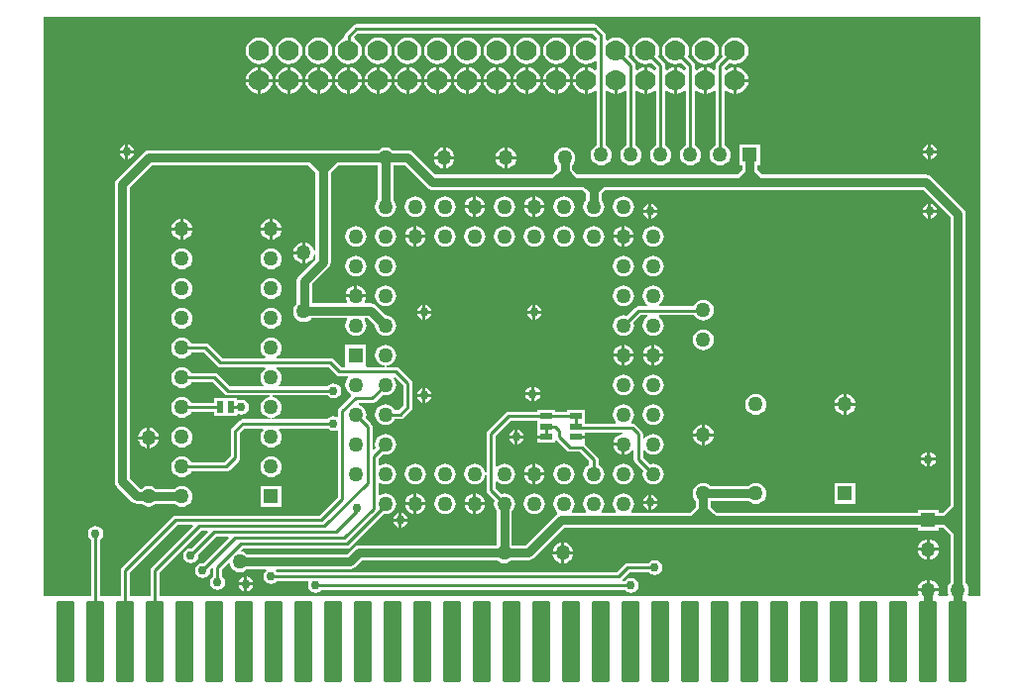
<source format=gbl>
G04 Layer_Physical_Order=2*
G04 Layer_Color=11436288*
%FSLAX25Y25*%
%MOIN*%
G70*
G01*
G75*
G04:AMPARAMS|DCode=10|XSize=60mil|YSize=275mil|CornerRadius=6mil|HoleSize=0mil|Usage=FLASHONLY|Rotation=0.000|XOffset=0mil|YOffset=0mil|HoleType=Round|Shape=RoundedRectangle|*
%AMROUNDEDRECTD10*
21,1,0.06000,0.26300,0,0,0.0*
21,1,0.04800,0.27500,0,0,0.0*
1,1,0.01200,0.02400,-0.13150*
1,1,0.01200,-0.02400,-0.13150*
1,1,0.01200,-0.02400,0.13150*
1,1,0.01200,0.02400,0.13150*
%
%ADD10ROUNDEDRECTD10*%
%ADD11C,0.01000*%
%ADD12C,0.03000*%
%ADD13C,0.07000*%
%ADD14C,0.05000*%
%ADD15R,0.05000X0.05000*%
%ADD16R,0.05000X0.05000*%
%ADD17C,0.03000*%
%ADD18R,0.02000X0.04000*%
%ADD19R,0.04000X0.02000*%
G36*
X239919Y204919D02*
X240415Y204587D01*
X241000Y204471D01*
X243844D01*
X243956Y204142D01*
X243984Y203971D01*
X243443Y203265D01*
X243090Y202414D01*
X242970Y201500D01*
X243090Y200586D01*
X243443Y199735D01*
X244004Y199004D01*
X244735Y198443D01*
X244863Y198390D01*
X244980Y197800D01*
X240919Y193738D01*
X240587Y193242D01*
X240471Y192657D01*
Y191054D01*
X240030Y190819D01*
X239976Y190855D01*
X239000Y191049D01*
X238024Y190855D01*
X237198Y190302D01*
X236984Y189982D01*
X218127D01*
X218094Y190482D01*
X218914Y190590D01*
X219765Y190943D01*
X220496Y191504D01*
X221057Y192235D01*
X221410Y193086D01*
X221530Y194000D01*
X221410Y194914D01*
X221057Y195765D01*
X220496Y196496D01*
X219765Y197057D01*
X218914Y197410D01*
X218453Y197471D01*
X218485Y197971D01*
X237015D01*
X237198Y197698D01*
X238024Y197145D01*
X239000Y196951D01*
X239976Y197145D01*
X240802Y197698D01*
X241355Y198524D01*
X241549Y199500D01*
X241355Y200476D01*
X240802Y201302D01*
X239976Y201855D01*
X239000Y202049D01*
X238024Y201855D01*
X237198Y201302D01*
X237015Y201029D01*
X220656D01*
X220544Y201358D01*
X220516Y201529D01*
X221057Y202235D01*
X221410Y203086D01*
X221530Y204000D01*
X221410Y204914D01*
X221057Y205765D01*
X220496Y206496D01*
X219878Y206971D01*
X220007Y207471D01*
X237367D01*
X239919Y204919D01*
D02*
G37*
G36*
X446451Y150944D02*
Y134927D01*
X445943Y134265D01*
X445590Y133414D01*
X445470Y132500D01*
X445590Y131586D01*
X445833Y131000D01*
X445524Y130500D01*
X442476D01*
X442167Y131000D01*
X442410Y131586D01*
X442464Y132000D01*
X435536D01*
X435590Y131586D01*
X435833Y131000D01*
X435524Y130500D01*
X180529D01*
Y138366D01*
X194633Y152471D01*
X196654D01*
X196846Y152009D01*
X191322Y146485D01*
X191000Y146549D01*
X190024Y146355D01*
X189198Y145802D01*
X188645Y144975D01*
X188451Y144000D01*
X188645Y143025D01*
X189198Y142198D01*
X190024Y141645D01*
X191000Y141451D01*
X191975Y141645D01*
X192802Y142198D01*
X193355Y143025D01*
X193549Y144000D01*
X193485Y144322D01*
X199634Y150471D01*
X203654D01*
X203846Y150009D01*
X195322Y141485D01*
X195000Y141549D01*
X194025Y141355D01*
X193198Y140802D01*
X192645Y139976D01*
X192451Y139000D01*
X192645Y138024D01*
X193198Y137198D01*
X194025Y136645D01*
X195000Y136451D01*
X195975Y136645D01*
X196802Y137198D01*
X197355Y138024D01*
X197549Y139000D01*
X197485Y139322D01*
X197971Y139808D01*
X198471Y139601D01*
Y136985D01*
X198198Y136802D01*
X197645Y135976D01*
X197451Y135000D01*
X197645Y134025D01*
X198198Y133198D01*
X199024Y132645D01*
X200000Y132451D01*
X200975Y132645D01*
X201802Y133198D01*
X202355Y134025D01*
X202549Y135000D01*
X202355Y135976D01*
X201802Y136802D01*
X201529Y136985D01*
Y139523D01*
X203574Y141568D01*
X204048Y141408D01*
X204090Y141086D01*
X204443Y140235D01*
X205004Y139504D01*
X205735Y138943D01*
X206586Y138590D01*
X207500Y138470D01*
X208414Y138590D01*
X209265Y138943D01*
X209928Y139451D01*
X216268D01*
X216420Y138951D01*
X216198Y138802D01*
X215645Y137976D01*
X215451Y137000D01*
X215645Y136024D01*
X216198Y135198D01*
X217024Y134645D01*
X218000Y134451D01*
X218975Y134645D01*
X219802Y135198D01*
X219985Y135471D01*
X230446D01*
X230681Y135030D01*
X230645Y134976D01*
X230451Y134000D01*
X230645Y133025D01*
X231198Y132198D01*
X232025Y131645D01*
X233000Y131451D01*
X233976Y131645D01*
X234802Y132198D01*
X234985Y132471D01*
X337015D01*
X337198Y132198D01*
X338024Y131645D01*
X339000Y131451D01*
X339976Y131645D01*
X340802Y132198D01*
X341355Y133025D01*
X341549Y134000D01*
X341355Y134976D01*
X340802Y135802D01*
X339976Y136355D01*
X339000Y136549D01*
X338024Y136355D01*
X337198Y135802D01*
X337015Y135529D01*
X336377D01*
X336329Y135592D01*
X336192Y136029D01*
X338633Y138471D01*
X345015D01*
X345198Y138198D01*
X346024Y137645D01*
X347000Y137451D01*
X347975Y137645D01*
X348802Y138198D01*
X349355Y139024D01*
X349549Y140000D01*
X349355Y140975D01*
X348802Y141802D01*
X347975Y142355D01*
X347000Y142549D01*
X346024Y142355D01*
X345198Y141802D01*
X345015Y141529D01*
X338000D01*
X337415Y141413D01*
X336919Y141081D01*
X334366Y138529D01*
X219985D01*
X219802Y138802D01*
X219580Y138951D01*
X219732Y139451D01*
X244500D01*
X245476Y139645D01*
X246302Y140198D01*
X248556Y142451D01*
X293987D01*
X294650Y141943D01*
X295501Y141590D01*
X296415Y141470D01*
X297329Y141590D01*
X298180Y141943D01*
X298842Y142451D01*
X304500D01*
X305475Y142645D01*
X306302Y143198D01*
X316556Y153451D01*
X435500D01*
Y152500D01*
X442500D01*
Y153451D01*
X443944D01*
X446451Y150944D01*
D02*
G37*
G36*
X456500Y130500D02*
X452476D01*
X452167Y131000D01*
X452410Y131586D01*
X452530Y132500D01*
X452410Y133414D01*
X452057Y134265D01*
X451549Y134927D01*
Y152000D01*
Y156000D01*
Y160000D01*
Y259000D01*
X451355Y259976D01*
X450802Y260802D01*
X440052Y271552D01*
X439225Y272105D01*
X438250Y272299D01*
X383056D01*
X381549Y273806D01*
Y275500D01*
X382500D01*
Y282500D01*
X375500D01*
Y275500D01*
X376451D01*
Y273806D01*
X374944Y272299D01*
X320991D01*
X319234Y274056D01*
Y275572D01*
X319742Y276235D01*
X320095Y277086D01*
X320215Y278000D01*
X320095Y278914D01*
X319742Y279765D01*
X319181Y280496D01*
X318450Y281057D01*
X317599Y281410D01*
X316685Y281530D01*
X315771Y281410D01*
X314920Y281057D01*
X314189Y280496D01*
X313628Y279765D01*
X313275Y278914D01*
X313155Y278000D01*
X313275Y277086D01*
X313628Y276235D01*
X314136Y275572D01*
Y274056D01*
X312379Y272299D01*
X273306D01*
X265802Y279802D01*
X264976Y280355D01*
X264000Y280549D01*
X258942D01*
X258280Y281057D01*
X257429Y281410D01*
X256515Y281530D01*
X255601Y281410D01*
X254750Y281057D01*
X254087Y280549D01*
X177000D01*
X176024Y280355D01*
X175198Y279802D01*
X166198Y270802D01*
X165645Y269975D01*
X165451Y269000D01*
Y169000D01*
X165645Y168025D01*
X166198Y167198D01*
X171183Y162213D01*
X172010Y161660D01*
X172985Y161466D01*
X174372D01*
X175035Y160958D01*
X175886Y160605D01*
X176800Y160485D01*
X177714Y160605D01*
X178565Y160958D01*
X179227Y161466D01*
X185553D01*
X186235Y160943D01*
X187086Y160590D01*
X188000Y160470D01*
X188914Y160590D01*
X189765Y160943D01*
X190496Y161504D01*
X191057Y162235D01*
X191410Y163086D01*
X191530Y164000D01*
X191410Y164914D01*
X191057Y165765D01*
X190496Y166496D01*
X189765Y167057D01*
X188914Y167410D01*
X188000Y167530D01*
X187086Y167410D01*
X186235Y167057D01*
X185592Y166564D01*
X179227D01*
X178565Y167072D01*
X177714Y167425D01*
X176800Y167545D01*
X175886Y167425D01*
X175035Y167072D01*
X174372Y166564D01*
X174041D01*
X170549Y170056D01*
Y267944D01*
X178056Y275451D01*
X230444D01*
X232951Y272944D01*
Y246634D01*
X232451Y246601D01*
X232410Y246914D01*
X232057Y247765D01*
X231496Y248496D01*
X230765Y249057D01*
X229914Y249410D01*
X229500Y249464D01*
Y246000D01*
Y242536D01*
X229914Y242590D01*
X230765Y242943D01*
X231496Y243504D01*
X232057Y244235D01*
X232410Y245086D01*
X232451Y245399D01*
X232951Y245366D01*
Y243871D01*
X227383Y238302D01*
X226830Y237475D01*
X226636Y236500D01*
Y228913D01*
X226504Y228811D01*
X225943Y228080D01*
X225590Y227229D01*
X225470Y226315D01*
X225590Y225401D01*
X225943Y224550D01*
X226504Y223819D01*
X227235Y223258D01*
X228086Y222905D01*
X229000Y222785D01*
X229914Y222905D01*
X230765Y223258D01*
X231496Y223819D01*
X231598Y223951D01*
X243404D01*
X243625Y223503D01*
X243443Y223265D01*
X243090Y222414D01*
X242970Y221500D01*
X243090Y220586D01*
X243443Y219735D01*
X244004Y219004D01*
X244735Y218443D01*
X245586Y218090D01*
X246500Y217970D01*
X247414Y218090D01*
X248265Y218443D01*
X248996Y219004D01*
X249557Y219735D01*
X249910Y220586D01*
X250030Y221500D01*
X249910Y222414D01*
X249557Y223265D01*
X249375Y223503D01*
X249596Y223951D01*
X250444D01*
X252981Y221414D01*
X253090Y220586D01*
X253443Y219735D01*
X254004Y219004D01*
X254735Y218443D01*
X255586Y218090D01*
X256500Y217970D01*
X257414Y218090D01*
X258265Y218443D01*
X258996Y219004D01*
X259557Y219735D01*
X259910Y220586D01*
X260030Y221500D01*
X259910Y222414D01*
X259557Y223265D01*
X258996Y223996D01*
X258265Y224557D01*
X257414Y224910D01*
X256586Y225019D01*
X253302Y228302D01*
X252476Y228855D01*
X251500Y229049D01*
X249596D01*
X249375Y229497D01*
X249557Y229735D01*
X249910Y230586D01*
X249964Y231000D01*
X243036D01*
X243090Y230586D01*
X243443Y229735D01*
X243625Y229497D01*
X243404Y229049D01*
X231734D01*
Y235444D01*
X237302Y241013D01*
X237855Y241840D01*
X238049Y242815D01*
Y272944D01*
X240556Y275451D01*
X253966D01*
Y263947D01*
X253443Y263265D01*
X253090Y262414D01*
X252970Y261500D01*
X253090Y260586D01*
X253443Y259735D01*
X254004Y259004D01*
X254735Y258443D01*
X255586Y258090D01*
X256500Y257970D01*
X257414Y258090D01*
X258265Y258443D01*
X258996Y259004D01*
X259557Y259735D01*
X259910Y260586D01*
X260030Y261500D01*
X259910Y262414D01*
X259557Y263265D01*
X259064Y263908D01*
Y275451D01*
X262944D01*
X270448Y267948D01*
X271274Y267395D01*
X272250Y267201D01*
X322694D01*
X323951Y265944D01*
Y263928D01*
X323443Y263265D01*
X323090Y262414D01*
X322970Y261500D01*
X323090Y260586D01*
X323443Y259735D01*
X324004Y259004D01*
X324735Y258443D01*
X325586Y258090D01*
X326500Y257970D01*
X327414Y258090D01*
X328265Y258443D01*
X328996Y259004D01*
X329557Y259735D01*
X329910Y260586D01*
X330030Y261500D01*
X329910Y262414D01*
X329557Y263265D01*
X329049Y263928D01*
Y265944D01*
X330306Y267201D01*
X437194D01*
X446451Y257944D01*
Y161056D01*
X443944Y158549D01*
X442500D01*
Y159500D01*
X435500D01*
Y158549D01*
X367856D01*
X365849Y160556D01*
Y162451D01*
X378573D01*
X379235Y161943D01*
X380086Y161590D01*
X381000Y161470D01*
X381914Y161590D01*
X382765Y161943D01*
X383496Y162504D01*
X384057Y163235D01*
X384410Y164086D01*
X384530Y165000D01*
X384410Y165914D01*
X384057Y166765D01*
X383496Y167496D01*
X382765Y168057D01*
X381914Y168410D01*
X381000Y168530D01*
X380086Y168410D01*
X379235Y168057D01*
X378573Y167549D01*
X365747D01*
X365065Y168072D01*
X364214Y168425D01*
X363300Y168545D01*
X362386Y168425D01*
X361535Y168072D01*
X360804Y167511D01*
X360243Y166780D01*
X359890Y165929D01*
X359770Y165015D01*
X359890Y164101D01*
X360243Y163250D01*
X360751Y162587D01*
Y160556D01*
X358744Y158549D01*
X339151D01*
X339105Y158682D01*
X339031Y159049D01*
X339557Y159735D01*
X339910Y160586D01*
X340030Y161500D01*
X339910Y162414D01*
X339557Y163265D01*
X338996Y163996D01*
X338265Y164557D01*
X337414Y164910D01*
X336500Y165030D01*
X335586Y164910D01*
X334735Y164557D01*
X334004Y163996D01*
X333443Y163265D01*
X333090Y162414D01*
X332970Y161500D01*
X333090Y160586D01*
X333443Y159735D01*
X333969Y159049D01*
X333895Y158682D01*
X333849Y158549D01*
X329151D01*
X329105Y158682D01*
X329031Y159049D01*
X329557Y159735D01*
X329910Y160586D01*
X330030Y161500D01*
X329910Y162414D01*
X329557Y163265D01*
X328996Y163996D01*
X328265Y164557D01*
X327414Y164910D01*
X326500Y165030D01*
X325586Y164910D01*
X324735Y164557D01*
X324004Y163996D01*
X323443Y163265D01*
X323090Y162414D01*
X322970Y161500D01*
X323090Y160586D01*
X323443Y159735D01*
X323969Y159049D01*
X323895Y158682D01*
X323849Y158549D01*
X319151D01*
X319105Y158682D01*
X319031Y159049D01*
X319557Y159735D01*
X319910Y160586D01*
X320030Y161500D01*
X319910Y162414D01*
X319557Y163265D01*
X318996Y163996D01*
X318265Y164557D01*
X317414Y164910D01*
X316500Y165030D01*
X315586Y164910D01*
X314735Y164557D01*
X314004Y163996D01*
X313443Y163265D01*
X313090Y162414D01*
X312970Y161500D01*
X313090Y160586D01*
X313443Y159735D01*
X314004Y159004D01*
X314295Y158780D01*
X314259Y158178D01*
X313698Y157802D01*
X303444Y147549D01*
X298964D01*
Y158979D01*
X298996Y159004D01*
X299557Y159735D01*
X299910Y160586D01*
X300030Y161500D01*
X299910Y162414D01*
X299557Y163265D01*
X298996Y163996D01*
X298265Y164557D01*
X297414Y164910D01*
X296500Y165030D01*
X295586Y164910D01*
X295351Y164812D01*
X293529Y166633D01*
Y168844D01*
X293858Y168956D01*
X294029Y168984D01*
X294735Y168443D01*
X295586Y168090D01*
X296500Y167970D01*
X297414Y168090D01*
X298265Y168443D01*
X298996Y169004D01*
X299557Y169735D01*
X299910Y170586D01*
X300030Y171500D01*
X299910Y172414D01*
X299557Y173265D01*
X298996Y173996D01*
X298265Y174557D01*
X297414Y174910D01*
X296500Y175030D01*
X295586Y174910D01*
X294735Y174557D01*
X294029Y174016D01*
X293858Y174044D01*
X293529Y174156D01*
Y184367D01*
X298634Y189471D01*
X307500D01*
Y189000D01*
Y185500D01*
Y182000D01*
X313500D01*
Y182645D01*
X313682Y182764D01*
X314000Y182837D01*
X317419Y179419D01*
X317915Y179087D01*
X318500Y178971D01*
X321866D01*
X324971Y175866D01*
Y174655D01*
X324735Y174557D01*
X324004Y173996D01*
X323443Y173265D01*
X323090Y172414D01*
X322970Y171500D01*
X323090Y170586D01*
X323443Y169735D01*
X324004Y169004D01*
X324735Y168443D01*
X325586Y168090D01*
X326500Y167970D01*
X327414Y168090D01*
X328265Y168443D01*
X328996Y169004D01*
X329557Y169735D01*
X329910Y170586D01*
X330030Y171500D01*
X329910Y172414D01*
X329557Y173265D01*
X328996Y173996D01*
X328265Y174557D01*
X328029Y174655D01*
Y176500D01*
X327932Y176988D01*
X327913Y177085D01*
X327581Y177581D01*
X323615Y181548D01*
X323500Y182000D01*
X323500Y182000D01*
X323500D01*
X323500Y182000D01*
Y183500D01*
X320500D01*
Y184500D01*
X323500D01*
Y185471D01*
X336015D01*
X336047Y184971D01*
X335586Y184910D01*
X334735Y184557D01*
X334004Y183996D01*
X333443Y183265D01*
X333090Y182414D01*
X333036Y182000D01*
X336500D01*
Y181500D01*
X337000D01*
Y178036D01*
X337414Y178090D01*
X338265Y178443D01*
X338996Y179004D01*
X339471Y179622D01*
X339971Y179493D01*
Y176500D01*
X340087Y175915D01*
X340419Y175419D01*
X343188Y172649D01*
X343090Y172414D01*
X342970Y171500D01*
X343090Y170586D01*
X343443Y169735D01*
X344004Y169004D01*
X344735Y168443D01*
X345586Y168090D01*
X346500Y167970D01*
X347414Y168090D01*
X348265Y168443D01*
X348996Y169004D01*
X349557Y169735D01*
X349910Y170586D01*
X350030Y171500D01*
X349910Y172414D01*
X349557Y173265D01*
X348996Y173996D01*
X348265Y174557D01*
X347414Y174910D01*
X346500Y175030D01*
X345586Y174910D01*
X345351Y174812D01*
X343029Y177134D01*
Y179493D01*
X343529Y179622D01*
X344004Y179004D01*
X344735Y178443D01*
X345586Y178090D01*
X346500Y177970D01*
X347414Y178090D01*
X348265Y178443D01*
X348996Y179004D01*
X349557Y179735D01*
X349910Y180586D01*
X350030Y181500D01*
X349910Y182414D01*
X349557Y183265D01*
X348996Y183996D01*
X348265Y184557D01*
X347414Y184910D01*
X346500Y185030D01*
X345586Y184910D01*
X344735Y184557D01*
X344004Y183996D01*
X343529Y183378D01*
X343029Y183507D01*
Y185000D01*
X342913Y185585D01*
X342581Y186081D01*
X340581Y188081D01*
X340085Y188413D01*
X339500Y188529D01*
X339156D01*
X339044Y188858D01*
X339016Y189029D01*
X339557Y189735D01*
X339910Y190586D01*
X340030Y191500D01*
X339910Y192414D01*
X339557Y193265D01*
X338996Y193996D01*
X338265Y194557D01*
X337414Y194910D01*
X336500Y195030D01*
X335586Y194910D01*
X334735Y194557D01*
X334004Y193996D01*
X333443Y193265D01*
X333090Y192414D01*
X332970Y191500D01*
X333090Y190586D01*
X333443Y189735D01*
X333984Y189029D01*
X333956Y188858D01*
X333844Y188529D01*
X323500D01*
Y189000D01*
Y193000D01*
X317500D01*
Y192529D01*
X313500D01*
Y193000D01*
X307500D01*
Y192529D01*
X298000D01*
X297415Y192413D01*
X296919Y192081D01*
X290919Y186081D01*
X290587Y185585D01*
X290471Y185000D01*
Y171985D01*
X289971Y171953D01*
X289910Y172414D01*
X289557Y173265D01*
X288996Y173996D01*
X288265Y174557D01*
X287414Y174910D01*
X286500Y175030D01*
X285586Y174910D01*
X284735Y174557D01*
X284004Y173996D01*
X283443Y173265D01*
X283090Y172414D01*
X282970Y171500D01*
X283090Y170586D01*
X283443Y169735D01*
X284004Y169004D01*
X284735Y168443D01*
X285586Y168090D01*
X286500Y167970D01*
X287414Y168090D01*
X288265Y168443D01*
X288996Y169004D01*
X289557Y169735D01*
X289910Y170586D01*
X289971Y171047D01*
X290471Y171015D01*
Y166000D01*
X290587Y165415D01*
X290919Y164919D01*
X293188Y162649D01*
X293090Y162414D01*
X292970Y161500D01*
X293090Y160586D01*
X293443Y159735D01*
X293866Y159183D01*
Y147549D01*
X247500D01*
X246525Y147355D01*
X245698Y146802D01*
X243444Y144549D01*
X209928D01*
X209265Y145057D01*
X208414Y145410D01*
X208092Y145452D01*
X207932Y145926D01*
X208477Y146471D01*
X243485D01*
X244071Y146587D01*
X244567Y146919D01*
X255721Y158072D01*
X256500Y157970D01*
X257414Y158090D01*
X258265Y158443D01*
X258996Y159004D01*
X259557Y159735D01*
X259910Y160586D01*
X260030Y161500D01*
X259910Y162414D01*
X259557Y163265D01*
X258996Y163996D01*
X258265Y164557D01*
X257414Y164910D01*
X256500Y165030D01*
X255586Y164910D01*
X254735Y164557D01*
X254478Y164360D01*
X254029Y164581D01*
Y168419D01*
X254478Y168640D01*
X254735Y168443D01*
X255586Y168090D01*
X256500Y167970D01*
X257414Y168090D01*
X258265Y168443D01*
X258996Y169004D01*
X259557Y169735D01*
X259910Y170586D01*
X260030Y171500D01*
X259910Y172414D01*
X259557Y173265D01*
X258996Y173996D01*
X258265Y174557D01*
X257414Y174910D01*
X256500Y175030D01*
X255586Y174910D01*
X254735Y174557D01*
X254478Y174360D01*
X254029Y174581D01*
Y176866D01*
X255351Y178188D01*
X255586Y178090D01*
X256500Y177970D01*
X257414Y178090D01*
X258265Y178443D01*
X258996Y179004D01*
X259557Y179735D01*
X259910Y180586D01*
X260030Y181500D01*
X259910Y182414D01*
X259557Y183265D01*
X258996Y183996D01*
X258265Y184557D01*
X257414Y184910D01*
X256500Y185030D01*
X255586Y184910D01*
X254735Y184557D01*
X254004Y183996D01*
X253443Y183265D01*
X253090Y182414D01*
X252970Y181500D01*
X253090Y180586D01*
X253188Y180351D01*
X252491Y179654D01*
X252029Y179846D01*
Y187500D01*
X251932Y187988D01*
X251913Y188085D01*
X251581Y188581D01*
X249812Y190351D01*
X249910Y190586D01*
X250030Y191500D01*
X249910Y192414D01*
X249557Y193265D01*
X248996Y193996D01*
X248265Y194557D01*
X247602Y194832D01*
X247407Y195293D01*
X247405Y195415D01*
X247445Y195471D01*
X252000D01*
X252585Y195587D01*
X253081Y195919D01*
X255351Y198188D01*
X255586Y198090D01*
X256500Y197970D01*
X257414Y198090D01*
X258265Y198443D01*
X258996Y199004D01*
X259557Y199735D01*
X259910Y200586D01*
X260030Y201500D01*
X259910Y202414D01*
X259557Y203265D01*
X259251Y203664D01*
X259249Y203673D01*
X259462Y204210D01*
X259603Y204234D01*
X262471Y201366D01*
Y194633D01*
X260866Y193029D01*
X259655D01*
X259557Y193265D01*
X258996Y193996D01*
X258265Y194557D01*
X257414Y194910D01*
X256500Y195030D01*
X255586Y194910D01*
X254735Y194557D01*
X254004Y193996D01*
X253443Y193265D01*
X253090Y192414D01*
X252970Y191500D01*
X253090Y190586D01*
X253443Y189735D01*
X254004Y189004D01*
X254735Y188443D01*
X255586Y188090D01*
X256500Y187970D01*
X257414Y188090D01*
X258265Y188443D01*
X258996Y189004D01*
X259557Y189735D01*
X259655Y189971D01*
X261500D01*
X262085Y190087D01*
X262581Y190419D01*
X265081Y192919D01*
X265413Y193415D01*
X265432Y193512D01*
X265529Y194000D01*
Y202000D01*
X265432Y202488D01*
X265413Y202585D01*
X265081Y203081D01*
X261081Y207081D01*
X260585Y207413D01*
X260000Y207529D01*
X256985D01*
X256953Y208029D01*
X257414Y208090D01*
X258265Y208443D01*
X258996Y209004D01*
X259557Y209735D01*
X259910Y210586D01*
X260030Y211500D01*
X259910Y212414D01*
X259557Y213265D01*
X258996Y213996D01*
X258265Y214557D01*
X257414Y214910D01*
X256500Y215030D01*
X255586Y214910D01*
X254735Y214557D01*
X254004Y213996D01*
X253443Y213265D01*
X253090Y212414D01*
X252970Y211500D01*
X253090Y210586D01*
X253443Y209735D01*
X254004Y209004D01*
X254735Y208443D01*
X255586Y208090D01*
X256047Y208029D01*
X256015Y207529D01*
X250071D01*
X250000Y208000D01*
X250000Y208029D01*
Y215000D01*
X243000D01*
Y208029D01*
X243000Y208000D01*
X242929Y207529D01*
X241634D01*
X239081Y210081D01*
X238585Y210413D01*
X238000Y210529D01*
X220007D01*
X219878Y211029D01*
X220496Y211504D01*
X221057Y212235D01*
X221410Y213086D01*
X221530Y214000D01*
X221410Y214914D01*
X221057Y215765D01*
X220496Y216496D01*
X219765Y217057D01*
X218914Y217410D01*
X218000Y217530D01*
X217086Y217410D01*
X216235Y217057D01*
X215504Y216496D01*
X214943Y215765D01*
X214590Y214914D01*
X214470Y214000D01*
X214590Y213086D01*
X214943Y212235D01*
X215504Y211504D01*
X216122Y211029D01*
X215993Y210529D01*
X201634D01*
X197081Y215081D01*
X196585Y215413D01*
X196000Y215529D01*
X191155D01*
X191057Y215765D01*
X190496Y216496D01*
X189765Y217057D01*
X188914Y217410D01*
X188000Y217530D01*
X187086Y217410D01*
X186235Y217057D01*
X185504Y216496D01*
X184943Y215765D01*
X184590Y214914D01*
X184470Y214000D01*
X184590Y213086D01*
X184943Y212235D01*
X185504Y211504D01*
X186235Y210943D01*
X187086Y210590D01*
X188000Y210470D01*
X188914Y210590D01*
X189765Y210943D01*
X190496Y211504D01*
X191057Y212235D01*
X191155Y212471D01*
X195367D01*
X199919Y207919D01*
X200415Y207587D01*
X201000Y207471D01*
X215993D01*
X216122Y206971D01*
X215504Y206496D01*
X214943Y205765D01*
X214590Y204914D01*
X214470Y204000D01*
X214590Y203086D01*
X214943Y202235D01*
X215484Y201529D01*
X215456Y201358D01*
X215344Y201029D01*
X204134D01*
X200081Y205081D01*
X199585Y205413D01*
X199000Y205529D01*
X191155D01*
X191057Y205765D01*
X190496Y206496D01*
X189765Y207057D01*
X188914Y207410D01*
X188000Y207530D01*
X187086Y207410D01*
X186235Y207057D01*
X185504Y206496D01*
X184943Y205765D01*
X184590Y204914D01*
X184470Y204000D01*
X184590Y203086D01*
X184943Y202235D01*
X185504Y201504D01*
X186235Y200943D01*
X187086Y200590D01*
X188000Y200470D01*
X188914Y200590D01*
X189765Y200943D01*
X190496Y201504D01*
X191057Y202235D01*
X191155Y202471D01*
X198366D01*
X202419Y198419D01*
X202915Y198087D01*
X203500Y197971D01*
X217515D01*
X217547Y197471D01*
X217086Y197410D01*
X216235Y197057D01*
X215504Y196496D01*
X214943Y195765D01*
X214590Y194914D01*
X214470Y194000D01*
X214590Y193086D01*
X214943Y192235D01*
X215504Y191504D01*
X216235Y190943D01*
X217086Y190590D01*
X217906Y190482D01*
X217873Y189982D01*
X208453D01*
X207868Y189866D01*
X207371Y189534D01*
X204919Y187081D01*
X204587Y186585D01*
X204471Y186000D01*
Y177634D01*
X202366Y175529D01*
X191155D01*
X191057Y175765D01*
X190496Y176496D01*
X189765Y177057D01*
X188914Y177410D01*
X188000Y177530D01*
X187086Y177410D01*
X186235Y177057D01*
X185504Y176496D01*
X184943Y175765D01*
X184590Y174914D01*
X184470Y174000D01*
X184590Y173086D01*
X184943Y172235D01*
X185504Y171504D01*
X186235Y170943D01*
X187086Y170590D01*
X188000Y170470D01*
X188914Y170590D01*
X189765Y170943D01*
X190496Y171504D01*
X191057Y172235D01*
X191155Y172471D01*
X203000D01*
X203585Y172587D01*
X204081Y172919D01*
X207081Y175919D01*
X207413Y176415D01*
X207529Y177000D01*
Y185366D01*
X209086Y186923D01*
X215320D01*
X215448Y186423D01*
X214943Y185765D01*
X214590Y184914D01*
X214470Y184000D01*
X214590Y183086D01*
X214943Y182235D01*
X215504Y181504D01*
X216235Y180943D01*
X217086Y180590D01*
X218000Y180470D01*
X218914Y180590D01*
X219765Y180943D01*
X220496Y181504D01*
X221057Y182235D01*
X221410Y183086D01*
X221530Y184000D01*
X221410Y184914D01*
X221057Y185765D01*
X220552Y186423D01*
X220680Y186923D01*
X237047D01*
X237198Y186698D01*
X238024Y186145D01*
X239000Y185951D01*
X239976Y186145D01*
X240030Y186181D01*
X240471Y185946D01*
Y163634D01*
X234366Y157529D01*
X186000D01*
X185415Y157413D01*
X184919Y157081D01*
X167919Y140081D01*
X167587Y139585D01*
X167471Y139000D01*
Y130500D01*
X160529D01*
Y149515D01*
X160802Y149698D01*
X161355Y150524D01*
X161549Y151500D01*
X161355Y152476D01*
X160802Y153302D01*
X159976Y153855D01*
X159000Y154049D01*
X158025Y153855D01*
X157198Y153302D01*
X156645Y152476D01*
X156451Y151500D01*
X156645Y150524D01*
X157198Y149698D01*
X157471Y149515D01*
Y130500D01*
X141500D01*
Y325500D01*
X456500D01*
Y130500D01*
D02*
G37*
G36*
X191846Y154009D02*
X177919Y140081D01*
X177587Y139585D01*
X177471Y139000D01*
Y130500D01*
X170529D01*
Y138366D01*
X186634Y154471D01*
X191654D01*
X191846Y154009D01*
D02*
G37*
%LPC*%
G36*
X306500Y200950D02*
Y199000D01*
X308450D01*
X308355Y199476D01*
X307802Y200302D01*
X306976Y200855D01*
X306500Y200950D01*
D02*
G37*
G36*
X336000Y211000D02*
X333036D01*
X333090Y210586D01*
X333443Y209735D01*
X334004Y209004D01*
X334735Y208443D01*
X335586Y208090D01*
X336000Y208036D01*
Y211000D01*
D02*
G37*
G36*
X339964D02*
X337000D01*
Y208036D01*
X337414Y208090D01*
X338265Y208443D01*
X338996Y209004D01*
X339557Y209735D01*
X339910Y210586D01*
X339964Y211000D01*
D02*
G37*
G36*
X305500Y200950D02*
X305025Y200855D01*
X304198Y200302D01*
X303645Y199476D01*
X303551Y199000D01*
X305500D01*
Y200950D01*
D02*
G37*
G36*
X346500Y205030D02*
X345586Y204910D01*
X344735Y204557D01*
X344004Y203996D01*
X343443Y203265D01*
X343090Y202414D01*
X342970Y201500D01*
X343090Y200586D01*
X343443Y199735D01*
X344004Y199004D01*
X344735Y198443D01*
X345586Y198090D01*
X346500Y197970D01*
X347414Y198090D01*
X348265Y198443D01*
X348996Y199004D01*
X349557Y199735D01*
X349910Y200586D01*
X350030Y201500D01*
X349910Y202414D01*
X349557Y203265D01*
X348996Y203996D01*
X348265Y204557D01*
X347414Y204910D01*
X346500Y205030D01*
D02*
G37*
G36*
X269000Y200449D02*
X268525Y200355D01*
X267698Y199802D01*
X267145Y198976D01*
X267051Y198500D01*
X269000D01*
Y200449D01*
D02*
G37*
G36*
X270000D02*
Y198500D01*
X271950D01*
X271855Y198976D01*
X271302Y199802D01*
X270476Y200355D01*
X270000Y200449D01*
D02*
G37*
G36*
X346000Y214964D02*
X345586Y214910D01*
X344735Y214557D01*
X344004Y213996D01*
X343443Y213265D01*
X343090Y212414D01*
X343036Y212000D01*
X346000D01*
Y214964D01*
D02*
G37*
G36*
X347000D02*
Y212000D01*
X349964D01*
X349910Y212414D01*
X349557Y213265D01*
X348996Y213996D01*
X348265Y214557D01*
X347414Y214910D01*
X347000Y214964D01*
D02*
G37*
G36*
X363300Y220230D02*
X362386Y220110D01*
X361535Y219757D01*
X360804Y219196D01*
X360243Y218465D01*
X359890Y217614D01*
X359770Y216700D01*
X359890Y215786D01*
X360243Y214935D01*
X360804Y214204D01*
X361535Y213643D01*
X362386Y213290D01*
X363300Y213170D01*
X364214Y213290D01*
X365065Y213643D01*
X365796Y214204D01*
X366357Y214935D01*
X366710Y215786D01*
X366830Y216700D01*
X366710Y217614D01*
X366357Y218465D01*
X365796Y219196D01*
X365065Y219757D01*
X364214Y220110D01*
X363300Y220230D01*
D02*
G37*
G36*
X337000Y214964D02*
Y212000D01*
X339964D01*
X339910Y212414D01*
X339557Y213265D01*
X338996Y213996D01*
X338265Y214557D01*
X337414Y214910D01*
X337000Y214964D01*
D02*
G37*
G36*
X346000Y211000D02*
X343036D01*
X343090Y210586D01*
X343443Y209735D01*
X344004Y209004D01*
X344735Y208443D01*
X345586Y208090D01*
X346000Y208036D01*
Y211000D01*
D02*
G37*
G36*
X349964D02*
X347000D01*
Y208036D01*
X347414Y208090D01*
X348265Y208443D01*
X348996Y209004D01*
X349557Y209735D01*
X349910Y210586D01*
X349964Y211000D01*
D02*
G37*
G36*
X336000Y214964D02*
X335586Y214910D01*
X334735Y214557D01*
X334004Y213996D01*
X333443Y213265D01*
X333090Y212414D01*
X333036Y212000D01*
X336000D01*
Y214964D01*
D02*
G37*
G36*
X414464Y194500D02*
X411500D01*
Y191536D01*
X411914Y191590D01*
X412765Y191943D01*
X413496Y192504D01*
X414057Y193235D01*
X414410Y194086D01*
X414464Y194500D01*
D02*
G37*
G36*
X410500Y198464D02*
X410086Y198410D01*
X409235Y198057D01*
X408504Y197496D01*
X407943Y196765D01*
X407590Y195914D01*
X407536Y195500D01*
X410500D01*
Y198464D01*
D02*
G37*
G36*
X411500D02*
Y195500D01*
X414464D01*
X414410Y195914D01*
X414057Y196765D01*
X413496Y197496D01*
X412765Y198057D01*
X411914Y198410D01*
X411500Y198464D01*
D02*
G37*
G36*
X410500Y194500D02*
X407536D01*
X407590Y194086D01*
X407943Y193235D01*
X408504Y192504D01*
X409235Y191943D01*
X410086Y191590D01*
X410500Y191536D01*
Y194500D01*
D02*
G37*
G36*
X346500Y195030D02*
X345586Y194910D01*
X344735Y194557D01*
X344004Y193996D01*
X343443Y193265D01*
X343090Y192414D01*
X342970Y191500D01*
X343090Y190586D01*
X343443Y189735D01*
X344004Y189004D01*
X344735Y188443D01*
X345586Y188090D01*
X346500Y187970D01*
X347414Y188090D01*
X348265Y188443D01*
X348996Y189004D01*
X349557Y189735D01*
X349910Y190586D01*
X350030Y191500D01*
X349910Y192414D01*
X349557Y193265D01*
X348996Y193996D01*
X348265Y194557D01*
X347414Y194910D01*
X346500Y195030D01*
D02*
G37*
G36*
X188000Y197530D02*
X187086Y197410D01*
X186235Y197057D01*
X185504Y196496D01*
X184943Y195765D01*
X184590Y194914D01*
X184470Y194000D01*
X184590Y193086D01*
X184943Y192235D01*
X185504Y191504D01*
X186235Y190943D01*
X187086Y190590D01*
X188000Y190470D01*
X188914Y190590D01*
X189765Y190943D01*
X190496Y191504D01*
X191057Y192235D01*
X191155Y192471D01*
X199000D01*
Y191000D01*
X206500D01*
Y191465D01*
X206941Y191701D01*
X207025Y191645D01*
X208000Y191451D01*
X208976Y191645D01*
X209802Y192198D01*
X210355Y193025D01*
X210549Y194000D01*
X210355Y194975D01*
X209802Y195802D01*
X208976Y196355D01*
X208000Y196549D01*
X207025Y196355D01*
X206941Y196299D01*
X206500Y196535D01*
Y197000D01*
X199000D01*
Y195529D01*
X191155D01*
X191057Y195765D01*
X190496Y196496D01*
X189765Y197057D01*
X188914Y197410D01*
X188000Y197530D01*
D02*
G37*
G36*
X381000Y198530D02*
X380086Y198410D01*
X379235Y198057D01*
X378504Y197496D01*
X377943Y196765D01*
X377590Y195914D01*
X377470Y195000D01*
X377590Y194086D01*
X377943Y193235D01*
X378504Y192504D01*
X379235Y191943D01*
X380086Y191590D01*
X381000Y191470D01*
X381914Y191590D01*
X382765Y191943D01*
X383496Y192504D01*
X384057Y193235D01*
X384410Y194086D01*
X384530Y195000D01*
X384410Y195914D01*
X384057Y196765D01*
X383496Y197496D01*
X382765Y198057D01*
X381914Y198410D01*
X381000Y198530D01*
D02*
G37*
G36*
X363800Y188164D02*
Y185200D01*
X366764D01*
X366710Y185614D01*
X366357Y186465D01*
X365796Y187196D01*
X365065Y187757D01*
X364214Y188110D01*
X363800Y188164D01*
D02*
G37*
G36*
X362800D02*
X362386Y188110D01*
X361535Y187757D01*
X360804Y187196D01*
X360243Y186465D01*
X359890Y185614D01*
X359836Y185200D01*
X362800D01*
Y188164D01*
D02*
G37*
G36*
X336500Y205030D02*
X335586Y204910D01*
X334735Y204557D01*
X334004Y203996D01*
X333443Y203265D01*
X333090Y202414D01*
X332970Y201500D01*
X333090Y200586D01*
X333443Y199735D01*
X334004Y199004D01*
X334735Y198443D01*
X335586Y198090D01*
X336500Y197970D01*
X337414Y198090D01*
X338265Y198443D01*
X338996Y199004D01*
X339557Y199735D01*
X339910Y200586D01*
X340030Y201500D01*
X339910Y202414D01*
X339557Y203265D01*
X338996Y203996D01*
X338265Y204557D01*
X337414Y204910D01*
X336500Y205030D01*
D02*
G37*
G36*
X308450Y198000D02*
X306500D01*
Y196051D01*
X306976Y196145D01*
X307802Y196698D01*
X308355Y197524D01*
X308450Y198000D01*
D02*
G37*
G36*
X269000Y197500D02*
X267051D01*
X267145Y197025D01*
X267698Y196198D01*
X268525Y195645D01*
X269000Y195551D01*
Y197500D01*
D02*
G37*
G36*
X271950D02*
X270000D01*
Y195551D01*
X270476Y195645D01*
X271302Y196198D01*
X271855Y197025D01*
X271950Y197500D01*
D02*
G37*
G36*
X305500Y198000D02*
X303551D01*
X303645Y197524D01*
X304198Y196698D01*
X305025Y196145D01*
X305500Y196051D01*
Y198000D01*
D02*
G37*
G36*
X336500Y245030D02*
X335586Y244910D01*
X334735Y244557D01*
X334004Y243996D01*
X333443Y243265D01*
X333090Y242414D01*
X332970Y241500D01*
X333090Y240586D01*
X333443Y239735D01*
X334004Y239004D01*
X334735Y238443D01*
X335586Y238090D01*
X336500Y237970D01*
X337414Y238090D01*
X338265Y238443D01*
X338996Y239004D01*
X339557Y239735D01*
X339910Y240586D01*
X340030Y241500D01*
X339910Y242414D01*
X339557Y243265D01*
X338996Y243996D01*
X338265Y244557D01*
X337414Y244910D01*
X336500Y245030D01*
D02*
G37*
G36*
X346500D02*
X345586Y244910D01*
X344735Y244557D01*
X344004Y243996D01*
X343443Y243265D01*
X343090Y242414D01*
X342970Y241500D01*
X343090Y240586D01*
X343443Y239735D01*
X344004Y239004D01*
X344735Y238443D01*
X345586Y238090D01*
X346500Y237970D01*
X347414Y238090D01*
X348265Y238443D01*
X348996Y239004D01*
X349557Y239735D01*
X349910Y240586D01*
X350030Y241500D01*
X349910Y242414D01*
X349557Y243265D01*
X348996Y243996D01*
X348265Y244557D01*
X347414Y244910D01*
X346500Y245030D01*
D02*
G37*
G36*
X188000Y247530D02*
X187086Y247410D01*
X186235Y247057D01*
X185504Y246496D01*
X184943Y245765D01*
X184590Y244914D01*
X184470Y244000D01*
X184590Y243086D01*
X184943Y242235D01*
X185504Y241504D01*
X186235Y240943D01*
X187086Y240590D01*
X188000Y240470D01*
X188914Y240590D01*
X189765Y240943D01*
X190496Y241504D01*
X191057Y242235D01*
X191410Y243086D01*
X191530Y244000D01*
X191410Y244914D01*
X191057Y245765D01*
X190496Y246496D01*
X189765Y247057D01*
X188914Y247410D01*
X188000Y247530D01*
D02*
G37*
G36*
X256500Y245030D02*
X255586Y244910D01*
X254735Y244557D01*
X254004Y243996D01*
X253443Y243265D01*
X253090Y242414D01*
X252970Y241500D01*
X253090Y240586D01*
X253443Y239735D01*
X254004Y239004D01*
X254735Y238443D01*
X255586Y238090D01*
X256500Y237970D01*
X257414Y238090D01*
X258265Y238443D01*
X258996Y239004D01*
X259557Y239735D01*
X259910Y240586D01*
X260030Y241500D01*
X259910Y242414D01*
X259557Y243265D01*
X258996Y243996D01*
X258265Y244557D01*
X257414Y244910D01*
X256500Y245030D01*
D02*
G37*
G36*
X246000Y234964D02*
X245586Y234910D01*
X244735Y234557D01*
X244004Y233996D01*
X243443Y233265D01*
X243090Y232414D01*
X243036Y232000D01*
X246000D01*
Y234964D01*
D02*
G37*
G36*
X247000D02*
Y232000D01*
X249964D01*
X249910Y232414D01*
X249557Y233265D01*
X248996Y233996D01*
X248265Y234557D01*
X247414Y234910D01*
X247000Y234964D01*
D02*
G37*
G36*
X246500Y245030D02*
X245586Y244910D01*
X244735Y244557D01*
X244004Y243996D01*
X243443Y243265D01*
X243090Y242414D01*
X242970Y241500D01*
X243090Y240586D01*
X243443Y239735D01*
X244004Y239004D01*
X244735Y238443D01*
X245586Y238090D01*
X246500Y237970D01*
X247414Y238090D01*
X248265Y238443D01*
X248996Y239004D01*
X249557Y239735D01*
X249910Y240586D01*
X250030Y241500D01*
X249910Y242414D01*
X249557Y243265D01*
X248996Y243996D01*
X248265Y244557D01*
X247414Y244910D01*
X246500Y245030D01*
D02*
G37*
G36*
X256500Y255030D02*
X255586Y254910D01*
X254735Y254557D01*
X254004Y253996D01*
X253443Y253265D01*
X253090Y252414D01*
X252970Y251500D01*
X253090Y250586D01*
X253443Y249735D01*
X254004Y249004D01*
X254735Y248443D01*
X255586Y248090D01*
X256500Y247970D01*
X257414Y248090D01*
X258265Y248443D01*
X258996Y249004D01*
X259557Y249735D01*
X259910Y250586D01*
X260030Y251500D01*
X259910Y252414D01*
X259557Y253265D01*
X258996Y253996D01*
X258265Y254557D01*
X257414Y254910D01*
X256500Y255030D01*
D02*
G37*
G36*
X276500D02*
X275586Y254910D01*
X274735Y254557D01*
X274004Y253996D01*
X273443Y253265D01*
X273090Y252414D01*
X272970Y251500D01*
X273090Y250586D01*
X273443Y249735D01*
X274004Y249004D01*
X274735Y248443D01*
X275586Y248090D01*
X276500Y247970D01*
X277414Y248090D01*
X278265Y248443D01*
X278996Y249004D01*
X279557Y249735D01*
X279910Y250586D01*
X280030Y251500D01*
X279910Y252414D01*
X279557Y253265D01*
X278996Y253996D01*
X278265Y254557D01*
X277414Y254910D01*
X276500Y255030D01*
D02*
G37*
G36*
X286500D02*
X285586Y254910D01*
X284735Y254557D01*
X284004Y253996D01*
X283443Y253265D01*
X283090Y252414D01*
X282970Y251500D01*
X283090Y250586D01*
X283443Y249735D01*
X284004Y249004D01*
X284735Y248443D01*
X285586Y248090D01*
X286500Y247970D01*
X287414Y248090D01*
X288265Y248443D01*
X288996Y249004D01*
X289557Y249735D01*
X289910Y250586D01*
X290030Y251500D01*
X289910Y252414D01*
X289557Y253265D01*
X288996Y253996D01*
X288265Y254557D01*
X287414Y254910D01*
X286500Y255030D01*
D02*
G37*
G36*
X246500D02*
X245586Y254910D01*
X244735Y254557D01*
X244004Y253996D01*
X243443Y253265D01*
X243090Y252414D01*
X242970Y251500D01*
X243090Y250586D01*
X243443Y249735D01*
X244004Y249004D01*
X244735Y248443D01*
X245586Y248090D01*
X246500Y247970D01*
X247414Y248090D01*
X248265Y248443D01*
X248996Y249004D01*
X249557Y249735D01*
X249910Y250586D01*
X250030Y251500D01*
X249910Y252414D01*
X249557Y253265D01*
X248996Y253996D01*
X248265Y254557D01*
X247414Y254910D01*
X246500Y255030D01*
D02*
G37*
G36*
X218000Y247530D02*
X217086Y247410D01*
X216235Y247057D01*
X215504Y246496D01*
X214943Y245765D01*
X214590Y244914D01*
X214470Y244000D01*
X214590Y243086D01*
X214943Y242235D01*
X215504Y241504D01*
X216235Y240943D01*
X217086Y240590D01*
X218000Y240470D01*
X218914Y240590D01*
X219765Y240943D01*
X220496Y241504D01*
X221057Y242235D01*
X221410Y243086D01*
X221530Y244000D01*
X221410Y244914D01*
X221057Y245765D01*
X220496Y246496D01*
X219765Y247057D01*
X218914Y247410D01*
X218000Y247530D01*
D02*
G37*
G36*
X228500Y245500D02*
X225536D01*
X225590Y245086D01*
X225943Y244235D01*
X226504Y243504D01*
X227235Y242943D01*
X228086Y242590D01*
X228500Y242536D01*
Y245500D01*
D02*
G37*
G36*
Y249464D02*
X228086Y249410D01*
X227235Y249057D01*
X226504Y248496D01*
X225943Y247765D01*
X225590Y246914D01*
X225536Y246500D01*
X228500D01*
Y249464D01*
D02*
G37*
G36*
X218000Y237530D02*
X217086Y237410D01*
X216235Y237057D01*
X215504Y236496D01*
X214943Y235765D01*
X214590Y234914D01*
X214470Y234000D01*
X214590Y233086D01*
X214943Y232235D01*
X215504Y231504D01*
X216235Y230943D01*
X217086Y230590D01*
X218000Y230470D01*
X218914Y230590D01*
X219765Y230943D01*
X220496Y231504D01*
X221057Y232235D01*
X221410Y233086D01*
X221530Y234000D01*
X221410Y234914D01*
X221057Y235765D01*
X220496Y236496D01*
X219765Y237057D01*
X218914Y237410D01*
X218000Y237530D01*
D02*
G37*
G36*
X306000Y225500D02*
X304050D01*
X304145Y225025D01*
X304698Y224198D01*
X305524Y223645D01*
X306000Y223551D01*
Y225500D01*
D02*
G37*
G36*
X308949D02*
X307000D01*
Y223551D01*
X307475Y223645D01*
X308302Y224198D01*
X308855Y225025D01*
X308949Y225500D01*
D02*
G37*
G36*
X346500Y235030D02*
X345586Y234910D01*
X344735Y234557D01*
X344004Y233996D01*
X343443Y233265D01*
X343090Y232414D01*
X342970Y231500D01*
X343090Y230586D01*
X343443Y229735D01*
X344004Y229004D01*
X344622Y228529D01*
X344493Y228029D01*
X341500D01*
X340915Y227913D01*
X340419Y227581D01*
X337649Y224812D01*
X337414Y224910D01*
X336500Y225030D01*
X335586Y224910D01*
X334735Y224557D01*
X334004Y223996D01*
X333443Y223265D01*
X333090Y222414D01*
X332970Y221500D01*
X333090Y220586D01*
X333443Y219735D01*
X334004Y219004D01*
X334735Y218443D01*
X335586Y218090D01*
X336500Y217970D01*
X337414Y218090D01*
X338265Y218443D01*
X338996Y219004D01*
X339557Y219735D01*
X339910Y220586D01*
X340030Y221500D01*
X339910Y222414D01*
X339812Y222649D01*
X342133Y224971D01*
X344493D01*
X344622Y224471D01*
X344004Y223996D01*
X343443Y223265D01*
X343090Y222414D01*
X342970Y221500D01*
X343090Y220586D01*
X343443Y219735D01*
X344004Y219004D01*
X344735Y218443D01*
X345586Y218090D01*
X346500Y217970D01*
X347414Y218090D01*
X348265Y218443D01*
X348996Y219004D01*
X349557Y219735D01*
X349910Y220586D01*
X350030Y221500D01*
X349910Y222414D01*
X349557Y223265D01*
X348996Y223996D01*
X348378Y224471D01*
X348507Y224971D01*
X360228D01*
X360243Y224935D01*
X360804Y224204D01*
X361535Y223643D01*
X362386Y223290D01*
X363300Y223170D01*
X364214Y223290D01*
X365065Y223643D01*
X365796Y224204D01*
X366357Y224935D01*
X366710Y225786D01*
X366830Y226700D01*
X366710Y227614D01*
X366357Y228465D01*
X365796Y229196D01*
X365065Y229757D01*
X364214Y230110D01*
X363300Y230230D01*
X362386Y230110D01*
X361535Y229757D01*
X360804Y229196D01*
X360243Y228465D01*
X360062Y228029D01*
X348507D01*
X348378Y228529D01*
X348996Y229004D01*
X349557Y229735D01*
X349910Y230586D01*
X350030Y231500D01*
X349910Y232414D01*
X349557Y233265D01*
X348996Y233996D01*
X348265Y234557D01*
X347414Y234910D01*
X346500Y235030D01*
D02*
G37*
G36*
X271950Y225500D02*
X270000D01*
Y223551D01*
X270476Y223645D01*
X271302Y224198D01*
X271855Y225025D01*
X271950Y225500D01*
D02*
G37*
G36*
X188000Y227530D02*
X187086Y227410D01*
X186235Y227057D01*
X185504Y226496D01*
X184943Y225765D01*
X184590Y224914D01*
X184470Y224000D01*
X184590Y223086D01*
X184943Y222235D01*
X185504Y221504D01*
X186235Y220943D01*
X187086Y220590D01*
X188000Y220470D01*
X188914Y220590D01*
X189765Y220943D01*
X190496Y221504D01*
X191057Y222235D01*
X191410Y223086D01*
X191530Y224000D01*
X191410Y224914D01*
X191057Y225765D01*
X190496Y226496D01*
X189765Y227057D01*
X188914Y227410D01*
X188000Y227530D01*
D02*
G37*
G36*
X218000D02*
X217086Y227410D01*
X216235Y227057D01*
X215504Y226496D01*
X214943Y225765D01*
X214590Y224914D01*
X214470Y224000D01*
X214590Y223086D01*
X214943Y222235D01*
X215504Y221504D01*
X216235Y220943D01*
X217086Y220590D01*
X218000Y220470D01*
X218914Y220590D01*
X219765Y220943D01*
X220496Y221504D01*
X221057Y222235D01*
X221410Y223086D01*
X221530Y224000D01*
X221410Y224914D01*
X221057Y225765D01*
X220496Y226496D01*
X219765Y227057D01*
X218914Y227410D01*
X218000Y227530D01*
D02*
G37*
G36*
X269000Y225500D02*
X267051D01*
X267145Y225025D01*
X267698Y224198D01*
X268525Y223645D01*
X269000Y223551D01*
Y225500D01*
D02*
G37*
G36*
X256500Y235030D02*
X255586Y234910D01*
X254735Y234557D01*
X254004Y233996D01*
X253443Y233265D01*
X253090Y232414D01*
X252970Y231500D01*
X253090Y230586D01*
X253443Y229735D01*
X254004Y229004D01*
X254735Y228443D01*
X255586Y228090D01*
X256500Y227970D01*
X257414Y228090D01*
X258265Y228443D01*
X258996Y229004D01*
X259557Y229735D01*
X259910Y230586D01*
X260030Y231500D01*
X259910Y232414D01*
X259557Y233265D01*
X258996Y233996D01*
X258265Y234557D01*
X257414Y234910D01*
X256500Y235030D01*
D02*
G37*
G36*
X336500D02*
X335586Y234910D01*
X334735Y234557D01*
X334004Y233996D01*
X333443Y233265D01*
X333090Y232414D01*
X332970Y231500D01*
X333090Y230586D01*
X333443Y229735D01*
X334004Y229004D01*
X334735Y228443D01*
X335586Y228090D01*
X336500Y227970D01*
X337414Y228090D01*
X338265Y228443D01*
X338996Y229004D01*
X339557Y229735D01*
X339910Y230586D01*
X340030Y231500D01*
X339910Y232414D01*
X339557Y233265D01*
X338996Y233996D01*
X338265Y234557D01*
X337414Y234910D01*
X336500Y235030D01*
D02*
G37*
G36*
X188000Y237530D02*
X187086Y237410D01*
X186235Y237057D01*
X185504Y236496D01*
X184943Y235765D01*
X184590Y234914D01*
X184470Y234000D01*
X184590Y233086D01*
X184943Y232235D01*
X185504Y231504D01*
X186235Y230943D01*
X187086Y230590D01*
X188000Y230470D01*
X188914Y230590D01*
X189765Y230943D01*
X190496Y231504D01*
X191057Y232235D01*
X191410Y233086D01*
X191530Y234000D01*
X191410Y234914D01*
X191057Y235765D01*
X190496Y236496D01*
X189765Y237057D01*
X188914Y237410D01*
X188000Y237530D01*
D02*
G37*
G36*
X307000Y228450D02*
Y226500D01*
X308949D01*
X308855Y226975D01*
X308302Y227802D01*
X307475Y228355D01*
X307000Y228450D01*
D02*
G37*
G36*
X269000D02*
X268525Y228355D01*
X267698Y227802D01*
X267145Y226975D01*
X267051Y226500D01*
X269000D01*
Y228450D01*
D02*
G37*
G36*
X270000D02*
Y226500D01*
X271950D01*
X271855Y226975D01*
X271302Y227802D01*
X270476Y228355D01*
X270000Y228450D01*
D02*
G37*
G36*
X306000D02*
X305524Y228355D01*
X304698Y227802D01*
X304145Y226975D01*
X304050Y226500D01*
X306000D01*
Y228450D01*
D02*
G37*
G36*
X301000Y186450D02*
Y184500D01*
X302950D01*
X302855Y184976D01*
X302302Y185802D01*
X301476Y186355D01*
X301000Y186450D01*
D02*
G37*
G36*
X306500Y165030D02*
X305586Y164910D01*
X304735Y164557D01*
X304004Y163996D01*
X303443Y163265D01*
X303090Y162414D01*
X302970Y161500D01*
X303090Y160586D01*
X303443Y159735D01*
X304004Y159004D01*
X304735Y158443D01*
X305586Y158090D01*
X306500Y157970D01*
X307414Y158090D01*
X308265Y158443D01*
X308996Y159004D01*
X309557Y159735D01*
X309910Y160586D01*
X310030Y161500D01*
X309910Y162414D01*
X309557Y163265D01*
X308996Y163996D01*
X308265Y164557D01*
X307414Y164910D01*
X306500Y165030D01*
D02*
G37*
G36*
X266000Y161000D02*
X263036D01*
X263090Y160586D01*
X263443Y159735D01*
X264004Y159004D01*
X264735Y158443D01*
X265586Y158090D01*
X266000Y158036D01*
Y161000D01*
D02*
G37*
G36*
X269964D02*
X267000D01*
Y158036D01*
X267414Y158090D01*
X268265Y158443D01*
X268996Y159004D01*
X269557Y159735D01*
X269910Y160586D01*
X269964Y161000D01*
D02*
G37*
G36*
X276500Y165030D02*
X275586Y164910D01*
X274735Y164557D01*
X274004Y163996D01*
X273443Y163265D01*
X273090Y162414D01*
X272970Y161500D01*
X273090Y160586D01*
X273443Y159735D01*
X274004Y159004D01*
X274735Y158443D01*
X275586Y158090D01*
X276500Y157970D01*
X277414Y158090D01*
X278265Y158443D01*
X278996Y159004D01*
X279557Y159735D01*
X279910Y160586D01*
X280030Y161500D01*
X279910Y162414D01*
X279557Y163265D01*
X278996Y163996D01*
X278265Y164557D01*
X277414Y164910D01*
X276500Y165030D01*
D02*
G37*
G36*
X263949Y155500D02*
X262000D01*
Y153551D01*
X262475Y153645D01*
X263302Y154198D01*
X263855Y155025D01*
X263949Y155500D01*
D02*
G37*
G36*
X261000Y158449D02*
X260525Y158355D01*
X259698Y157802D01*
X259145Y156975D01*
X259050Y156500D01*
X261000D01*
Y158449D01*
D02*
G37*
G36*
X262000D02*
Y156500D01*
X263949D01*
X263855Y156975D01*
X263302Y157802D01*
X262475Y158355D01*
X262000Y158449D01*
D02*
G37*
G36*
X221500Y167500D02*
X214500D01*
Y160500D01*
X221500D01*
Y167500D01*
D02*
G37*
G36*
X414500Y168500D02*
X407500D01*
Y161500D01*
X414500D01*
Y168500D01*
D02*
G37*
G36*
X266000Y164964D02*
X265586Y164910D01*
X264735Y164557D01*
X264004Y163996D01*
X263443Y163265D01*
X263090Y162414D01*
X263036Y162000D01*
X266000D01*
Y164964D01*
D02*
G37*
G36*
X347950Y161500D02*
X346000D01*
Y159550D01*
X346476Y159645D01*
X347302Y160198D01*
X347855Y161024D01*
X347950Y161500D01*
D02*
G37*
G36*
X286000Y161000D02*
X283036D01*
X283090Y160586D01*
X283443Y159735D01*
X284004Y159004D01*
X284735Y158443D01*
X285586Y158090D01*
X286000Y158036D01*
Y161000D01*
D02*
G37*
G36*
X289964D02*
X287000D01*
Y158036D01*
X287414Y158090D01*
X288265Y158443D01*
X288996Y159004D01*
X289557Y159735D01*
X289910Y160586D01*
X289964Y161000D01*
D02*
G37*
G36*
X345000Y161500D02*
X343051D01*
X343145Y161024D01*
X343698Y160198D01*
X344525Y159645D01*
X345000Y159550D01*
Y161500D01*
D02*
G37*
G36*
X261000Y155500D02*
X259050D01*
X259145Y155025D01*
X259698Y154198D01*
X260525Y153645D01*
X261000Y153551D01*
Y155500D01*
D02*
G37*
G36*
X209000Y136950D02*
X208524Y136855D01*
X207698Y136302D01*
X207145Y135476D01*
X207050Y135000D01*
X209000D01*
Y136950D01*
D02*
G37*
G36*
X210000D02*
Y135000D01*
X211949D01*
X211855Y135476D01*
X211302Y136302D01*
X210475Y136855D01*
X210000Y136950D01*
D02*
G37*
G36*
X315600Y144500D02*
X312636D01*
X312690Y144086D01*
X313043Y143235D01*
X313604Y142504D01*
X314335Y141943D01*
X315186Y141590D01*
X315600Y141536D01*
Y144500D01*
D02*
G37*
G36*
X439500Y135964D02*
Y133000D01*
X442464D01*
X442410Y133414D01*
X442057Y134265D01*
X441496Y134996D01*
X440765Y135557D01*
X439914Y135910D01*
X439500Y135964D01*
D02*
G37*
G36*
X209000Y134000D02*
X207050D01*
X207145Y133525D01*
X207698Y132698D01*
X208524Y132145D01*
X209000Y132051D01*
Y134000D01*
D02*
G37*
G36*
X211949D02*
X210000D01*
Y132051D01*
X210475Y132145D01*
X211302Y132698D01*
X211855Y133525D01*
X211949Y134000D01*
D02*
G37*
G36*
X438500Y135964D02*
X438086Y135910D01*
X437235Y135557D01*
X436504Y134996D01*
X435943Y134265D01*
X435590Y133414D01*
X435536Y133000D01*
X438500D01*
Y135964D01*
D02*
G37*
G36*
X316600Y148464D02*
Y145500D01*
X319564D01*
X319510Y145914D01*
X319157Y146765D01*
X318596Y147496D01*
X317865Y148057D01*
X317014Y148410D01*
X316600Y148464D01*
D02*
G37*
G36*
X438500Y149622D02*
X438086Y149567D01*
X437235Y149215D01*
X436504Y148654D01*
X435943Y147923D01*
X435590Y147071D01*
X435536Y146658D01*
X438500D01*
Y149622D01*
D02*
G37*
G36*
X439500D02*
Y146658D01*
X442464D01*
X442410Y147071D01*
X442057Y147923D01*
X441496Y148654D01*
X440765Y149215D01*
X439914Y149567D01*
X439500Y149622D01*
D02*
G37*
G36*
X315600Y148464D02*
X315186Y148410D01*
X314335Y148057D01*
X313604Y147496D01*
X313043Y146765D01*
X312690Y145914D01*
X312636Y145500D01*
X315600D01*
Y148464D01*
D02*
G37*
G36*
X319564Y144500D02*
X316600D01*
Y141536D01*
X317014Y141590D01*
X317865Y141943D01*
X318596Y142504D01*
X319157Y143235D01*
X319510Y144086D01*
X319564Y144500D01*
D02*
G37*
G36*
X438500Y145658D02*
X435536D01*
X435590Y145244D01*
X435943Y144392D01*
X436504Y143661D01*
X437235Y143100D01*
X438086Y142748D01*
X438500Y142693D01*
Y145658D01*
D02*
G37*
G36*
X442464D02*
X439500D01*
Y142693D01*
X439914Y142748D01*
X440765Y143100D01*
X441496Y143661D01*
X442057Y144392D01*
X442410Y145244D01*
X442464Y145658D01*
D02*
G37*
G36*
X176300Y183200D02*
X173336D01*
X173390Y182786D01*
X173743Y181935D01*
X174304Y181204D01*
X175035Y180643D01*
X175886Y180290D01*
X176300Y180236D01*
Y183200D01*
D02*
G37*
G36*
X180264D02*
X177300D01*
Y180236D01*
X177714Y180290D01*
X178565Y180643D01*
X179296Y181204D01*
X179857Y181935D01*
X180210Y182786D01*
X180264Y183200D01*
D02*
G37*
G36*
X188000Y187530D02*
X187086Y187410D01*
X186235Y187057D01*
X185504Y186496D01*
X184943Y185765D01*
X184590Y184914D01*
X184470Y184000D01*
X184590Y183086D01*
X184943Y182235D01*
X185504Y181504D01*
X186235Y180943D01*
X187086Y180590D01*
X188000Y180470D01*
X188914Y180590D01*
X189765Y180943D01*
X190496Y181504D01*
X191057Y182235D01*
X191410Y183086D01*
X191530Y184000D01*
X191410Y184914D01*
X191057Y185765D01*
X190496Y186496D01*
X189765Y187057D01*
X188914Y187410D01*
X188000Y187530D01*
D02*
G37*
G36*
X336000Y181000D02*
X333036D01*
X333090Y180586D01*
X333443Y179735D01*
X334004Y179004D01*
X334735Y178443D01*
X335586Y178090D01*
X336000Y178036D01*
Y181000D01*
D02*
G37*
G36*
X441449Y176000D02*
X439500D01*
Y174050D01*
X439976Y174145D01*
X440802Y174698D01*
X441355Y175524D01*
X441449Y176000D01*
D02*
G37*
G36*
X438500Y178949D02*
X438025Y178855D01*
X437198Y178302D01*
X436645Y177476D01*
X436551Y177000D01*
X438500D01*
Y178949D01*
D02*
G37*
G36*
X439500D02*
Y177000D01*
X441449D01*
X441355Y177476D01*
X440802Y178302D01*
X439976Y178855D01*
X439500Y178949D01*
D02*
G37*
G36*
X176300Y187164D02*
X175886Y187110D01*
X175035Y186757D01*
X174304Y186196D01*
X173743Y185465D01*
X173390Y184614D01*
X173336Y184200D01*
X176300D01*
Y187164D01*
D02*
G37*
G36*
X177300D02*
Y184200D01*
X180264D01*
X180210Y184614D01*
X179857Y185465D01*
X179296Y186196D01*
X178565Y186757D01*
X177714Y187110D01*
X177300Y187164D01*
D02*
G37*
G36*
X300000Y186450D02*
X299524Y186355D01*
X298698Y185802D01*
X298145Y184976D01*
X298050Y184500D01*
X300000D01*
Y186450D01*
D02*
G37*
G36*
X302950Y183500D02*
X301000D01*
Y181551D01*
X301476Y181645D01*
X302302Y182198D01*
X302855Y183025D01*
X302950Y183500D01*
D02*
G37*
G36*
X362800Y184200D02*
X359836D01*
X359890Y183786D01*
X360243Y182935D01*
X360804Y182204D01*
X361535Y181643D01*
X362386Y181290D01*
X362800Y181236D01*
Y184200D01*
D02*
G37*
G36*
X366764D02*
X363800D01*
Y181236D01*
X364214Y181290D01*
X365065Y181643D01*
X365796Y182204D01*
X366357Y182935D01*
X366710Y183786D01*
X366764Y184200D01*
D02*
G37*
G36*
X300000Y183500D02*
X298050D01*
X298145Y183025D01*
X298698Y182198D01*
X299524Y181645D01*
X300000Y181551D01*
Y183500D01*
D02*
G37*
G36*
X438500Y176000D02*
X436551D01*
X436645Y175524D01*
X437198Y174698D01*
X438025Y174145D01*
X438500Y174050D01*
Y176000D01*
D02*
G37*
G36*
X346000Y164450D02*
Y162500D01*
X347950D01*
X347855Y162976D01*
X347302Y163802D01*
X346476Y164355D01*
X346000Y164450D01*
D02*
G37*
G36*
X266500Y175030D02*
X265586Y174910D01*
X264735Y174557D01*
X264004Y173996D01*
X263443Y173265D01*
X263090Y172414D01*
X262970Y171500D01*
X263090Y170586D01*
X263443Y169735D01*
X264004Y169004D01*
X264735Y168443D01*
X265586Y168090D01*
X266500Y167970D01*
X267414Y168090D01*
X268265Y168443D01*
X268996Y169004D01*
X269557Y169735D01*
X269910Y170586D01*
X270030Y171500D01*
X269910Y172414D01*
X269557Y173265D01*
X268996Y173996D01*
X268265Y174557D01*
X267414Y174910D01*
X266500Y175030D01*
D02*
G37*
G36*
X276500D02*
X275586Y174910D01*
X274735Y174557D01*
X274004Y173996D01*
X273443Y173265D01*
X273090Y172414D01*
X272970Y171500D01*
X273090Y170586D01*
X273443Y169735D01*
X274004Y169004D01*
X274735Y168443D01*
X275586Y168090D01*
X276500Y167970D01*
X277414Y168090D01*
X278265Y168443D01*
X278996Y169004D01*
X279557Y169735D01*
X279910Y170586D01*
X280030Y171500D01*
X279910Y172414D01*
X279557Y173265D01*
X278996Y173996D01*
X278265Y174557D01*
X277414Y174910D01*
X276500Y175030D01*
D02*
G37*
G36*
X345000Y164450D02*
X344525Y164355D01*
X343698Y163802D01*
X343145Y162976D01*
X343051Y162500D01*
X345000D01*
Y164450D01*
D02*
G37*
G36*
X267000Y164964D02*
Y162000D01*
X269964D01*
X269910Y162414D01*
X269557Y163265D01*
X268996Y163996D01*
X268265Y164557D01*
X267414Y164910D01*
X267000Y164964D01*
D02*
G37*
G36*
X286000D02*
X285586Y164910D01*
X284735Y164557D01*
X284004Y163996D01*
X283443Y163265D01*
X283090Y162414D01*
X283036Y162000D01*
X286000D01*
Y164964D01*
D02*
G37*
G36*
X287000D02*
Y162000D01*
X289964D01*
X289910Y162414D01*
X289557Y163265D01*
X288996Y163996D01*
X288265Y164557D01*
X287414Y164910D01*
X287000Y164964D01*
D02*
G37*
G36*
X218000Y177530D02*
X217086Y177410D01*
X216235Y177057D01*
X215504Y176496D01*
X214943Y175765D01*
X214590Y174914D01*
X214470Y174000D01*
X214590Y173086D01*
X214943Y172235D01*
X215504Y171504D01*
X216235Y170943D01*
X217086Y170590D01*
X218000Y170470D01*
X218914Y170590D01*
X219765Y170943D01*
X220496Y171504D01*
X221057Y172235D01*
X221410Y173086D01*
X221530Y174000D01*
X221410Y174914D01*
X221057Y175765D01*
X220496Y176496D01*
X219765Y177057D01*
X218914Y177410D01*
X218000Y177530D01*
D02*
G37*
G36*
X306000Y174964D02*
X305586Y174910D01*
X304735Y174557D01*
X304004Y173996D01*
X303443Y173265D01*
X303090Y172414D01*
X303036Y172000D01*
X306000D01*
Y174964D01*
D02*
G37*
G36*
X307000D02*
Y172000D01*
X309964D01*
X309910Y172414D01*
X309557Y173265D01*
X308996Y173996D01*
X308265Y174557D01*
X307414Y174910D01*
X307000Y174964D01*
D02*
G37*
G36*
X309964Y171000D02*
X307000D01*
Y168036D01*
X307414Y168090D01*
X308265Y168443D01*
X308996Y169004D01*
X309557Y169735D01*
X309910Y170586D01*
X309964Y171000D01*
D02*
G37*
G36*
X316500Y175030D02*
X315586Y174910D01*
X314735Y174557D01*
X314004Y173996D01*
X313443Y173265D01*
X313090Y172414D01*
X312970Y171500D01*
X313090Y170586D01*
X313443Y169735D01*
X314004Y169004D01*
X314735Y168443D01*
X315586Y168090D01*
X316500Y167970D01*
X317414Y168090D01*
X318265Y168443D01*
X318996Y169004D01*
X319557Y169735D01*
X319910Y170586D01*
X320030Y171500D01*
X319910Y172414D01*
X319557Y173265D01*
X318996Y173996D01*
X318265Y174557D01*
X317414Y174910D01*
X316500Y175030D01*
D02*
G37*
G36*
X336500D02*
X335586Y174910D01*
X334735Y174557D01*
X334004Y173996D01*
X333443Y173265D01*
X333090Y172414D01*
X332970Y171500D01*
X333090Y170586D01*
X333443Y169735D01*
X334004Y169004D01*
X334735Y168443D01*
X335586Y168090D01*
X336500Y167970D01*
X337414Y168090D01*
X338265Y168443D01*
X338996Y169004D01*
X339557Y169735D01*
X339910Y170586D01*
X340030Y171500D01*
X339910Y172414D01*
X339557Y173265D01*
X338996Y173996D01*
X338265Y174557D01*
X337414Y174910D01*
X336500Y175030D01*
D02*
G37*
G36*
X306000Y171000D02*
X303036D01*
X303090Y170586D01*
X303443Y169735D01*
X304004Y169004D01*
X304735Y168443D01*
X305586Y168090D01*
X306000Y168036D01*
Y171000D01*
D02*
G37*
G36*
X296500Y255030D02*
X295586Y254910D01*
X294735Y254557D01*
X294004Y253996D01*
X293443Y253265D01*
X293090Y252414D01*
X292970Y251500D01*
X293090Y250586D01*
X293443Y249735D01*
X294004Y249004D01*
X294735Y248443D01*
X295586Y248090D01*
X296500Y247970D01*
X297414Y248090D01*
X298265Y248443D01*
X298996Y249004D01*
X299557Y249735D01*
X299910Y250586D01*
X300030Y251500D01*
X299910Y252414D01*
X299557Y253265D01*
X298996Y253996D01*
X298265Y254557D01*
X297414Y254910D01*
X296500Y255030D01*
D02*
G37*
G36*
X323500Y303500D02*
X319527D01*
X319616Y302825D01*
X320069Y301731D01*
X320791Y300791D01*
X321731Y300069D01*
X322825Y299616D01*
X323500Y299527D01*
Y303500D01*
D02*
G37*
G36*
X378473D02*
X374500D01*
Y299527D01*
X375175Y299616D01*
X376269Y300069D01*
X377209Y300791D01*
X377931Y301731D01*
X378384Y302825D01*
X378473Y303500D01*
D02*
G37*
G36*
X213500Y308473D02*
X212825Y308384D01*
X211731Y307931D01*
X210791Y307209D01*
X210069Y306269D01*
X209616Y305175D01*
X209527Y304500D01*
X213500D01*
Y308473D01*
D02*
G37*
G36*
X318473Y303500D02*
X314500D01*
Y299527D01*
X315175Y299616D01*
X316269Y300069D01*
X317209Y300791D01*
X317931Y301731D01*
X318384Y302825D01*
X318473Y303500D01*
D02*
G37*
G36*
X303500D02*
X299527D01*
X299616Y302825D01*
X300069Y301731D01*
X300791Y300791D01*
X301731Y300069D01*
X302825Y299616D01*
X303500Y299527D01*
Y303500D01*
D02*
G37*
G36*
X308473D02*
X304500D01*
Y299527D01*
X305175Y299616D01*
X306269Y300069D01*
X307209Y300791D01*
X307931Y301731D01*
X308384Y302825D01*
X308473Y303500D01*
D02*
G37*
G36*
X313500D02*
X309527D01*
X309616Y302825D01*
X310069Y301731D01*
X310791Y300791D01*
X311731Y300069D01*
X312825Y299616D01*
X313500Y299527D01*
Y303500D01*
D02*
G37*
G36*
X214500Y308473D02*
Y304500D01*
X218473D01*
X218384Y305175D01*
X217931Y306269D01*
X217209Y307209D01*
X216269Y307931D01*
X215175Y308384D01*
X214500Y308473D01*
D02*
G37*
G36*
X243500D02*
X242825Y308384D01*
X241731Y307931D01*
X240791Y307209D01*
X240069Y306269D01*
X239616Y305175D01*
X239527Y304500D01*
X243500D01*
Y308473D01*
D02*
G37*
G36*
X244500D02*
Y304500D01*
X248473D01*
X248384Y305175D01*
X247931Y306269D01*
X247209Y307209D01*
X246269Y307931D01*
X245175Y308384D01*
X244500Y308473D01*
D02*
G37*
G36*
X253500D02*
X252825Y308384D01*
X251731Y307931D01*
X250791Y307209D01*
X250069Y306269D01*
X249616Y305175D01*
X249527Y304500D01*
X253500D01*
Y308473D01*
D02*
G37*
G36*
X234500D02*
Y304500D01*
X238473D01*
X238384Y305175D01*
X237931Y306269D01*
X237209Y307209D01*
X236269Y307931D01*
X235175Y308384D01*
X234500Y308473D01*
D02*
G37*
G36*
X223500D02*
X222825Y308384D01*
X221731Y307931D01*
X220791Y307209D01*
X220069Y306269D01*
X219616Y305175D01*
X219527Y304500D01*
X223500D01*
Y308473D01*
D02*
G37*
G36*
X224500D02*
Y304500D01*
X228473D01*
X228384Y305175D01*
X227931Y306269D01*
X227209Y307209D01*
X226269Y307931D01*
X225175Y308384D01*
X224500Y308473D01*
D02*
G37*
G36*
X233500D02*
X232825Y308384D01*
X231731Y307931D01*
X230791Y307209D01*
X230069Y306269D01*
X229616Y305175D01*
X229527Y304500D01*
X233500D01*
Y308473D01*
D02*
G37*
G36*
X248473Y303500D02*
X244500D01*
Y299527D01*
X245175Y299616D01*
X246269Y300069D01*
X247209Y300791D01*
X247931Y301731D01*
X248384Y302825D01*
X248473Y303500D01*
D02*
G37*
G36*
X253500D02*
X249527D01*
X249616Y302825D01*
X250069Y301731D01*
X250791Y300791D01*
X251731Y300069D01*
X252825Y299616D01*
X253500Y299527D01*
Y303500D01*
D02*
G37*
G36*
X258473D02*
X254500D01*
Y299527D01*
X255175Y299616D01*
X256269Y300069D01*
X257209Y300791D01*
X257931Y301731D01*
X258384Y302825D01*
X258473Y303500D01*
D02*
G37*
G36*
X243500D02*
X239527D01*
X239616Y302825D01*
X240069Y301731D01*
X240791Y300791D01*
X241731Y300069D01*
X242825Y299616D01*
X243500Y299527D01*
Y303500D01*
D02*
G37*
G36*
X228473D02*
X224500D01*
Y299527D01*
X225175Y299616D01*
X226269Y300069D01*
X227209Y300791D01*
X227931Y301731D01*
X228384Y302825D01*
X228473Y303500D01*
D02*
G37*
G36*
X233500D02*
X229527D01*
X229616Y302825D01*
X230069Y301731D01*
X230791Y300791D01*
X231731Y300069D01*
X232825Y299616D01*
X233500Y299527D01*
Y303500D01*
D02*
G37*
G36*
X238473D02*
X234500D01*
Y299527D01*
X235175Y299616D01*
X236269Y300069D01*
X237209Y300791D01*
X237931Y301731D01*
X238384Y302825D01*
X238473Y303500D01*
D02*
G37*
G36*
X263500D02*
X259527D01*
X259616Y302825D01*
X260069Y301731D01*
X260791Y300791D01*
X261731Y300069D01*
X262825Y299616D01*
X263500Y299527D01*
Y303500D01*
D02*
G37*
G36*
X288473D02*
X284500D01*
Y299527D01*
X285175Y299616D01*
X286269Y300069D01*
X287209Y300791D01*
X287931Y301731D01*
X288384Y302825D01*
X288473Y303500D01*
D02*
G37*
G36*
X293500D02*
X289527D01*
X289616Y302825D01*
X290069Y301731D01*
X290791Y300791D01*
X291731Y300069D01*
X292825Y299616D01*
X293500Y299527D01*
Y303500D01*
D02*
G37*
G36*
X298473D02*
X294500D01*
Y299527D01*
X295175Y299616D01*
X296269Y300069D01*
X297209Y300791D01*
X297931Y301731D01*
X298384Y302825D01*
X298473Y303500D01*
D02*
G37*
G36*
X283500D02*
X279527D01*
X279616Y302825D01*
X280069Y301731D01*
X280791Y300791D01*
X281731Y300069D01*
X282825Y299616D01*
X283500Y299527D01*
Y303500D01*
D02*
G37*
G36*
X268473D02*
X264500D01*
Y299527D01*
X265175Y299616D01*
X266269Y300069D01*
X267209Y300791D01*
X267931Y301731D01*
X268384Y302825D01*
X268473Y303500D01*
D02*
G37*
G36*
X273500D02*
X269527D01*
X269616Y302825D01*
X270069Y301731D01*
X270791Y300791D01*
X271731Y300069D01*
X272825Y299616D01*
X273500Y299527D01*
Y303500D01*
D02*
G37*
G36*
X278473D02*
X274500D01*
Y299527D01*
X275175Y299616D01*
X276269Y300069D01*
X277209Y300791D01*
X277931Y301731D01*
X278384Y302825D01*
X278473Y303500D01*
D02*
G37*
G36*
X234000Y318539D02*
X232825Y318384D01*
X231731Y317931D01*
X230791Y317209D01*
X230069Y316269D01*
X229616Y315175D01*
X229461Y314000D01*
X229616Y312825D01*
X230069Y311731D01*
X230791Y310791D01*
X231731Y310069D01*
X232825Y309616D01*
X234000Y309461D01*
X235175Y309616D01*
X236269Y310069D01*
X237209Y310791D01*
X237931Y311731D01*
X238384Y312825D01*
X238539Y314000D01*
X238384Y315175D01*
X237931Y316269D01*
X237209Y317209D01*
X236269Y317931D01*
X235175Y318384D01*
X234000Y318539D01*
D02*
G37*
G36*
X254000D02*
X252825Y318384D01*
X251731Y317931D01*
X250791Y317209D01*
X250069Y316269D01*
X249616Y315175D01*
X249461Y314000D01*
X249616Y312825D01*
X250069Y311731D01*
X250791Y310791D01*
X251731Y310069D01*
X252825Y309616D01*
X254000Y309461D01*
X255175Y309616D01*
X256269Y310069D01*
X257209Y310791D01*
X257931Y311731D01*
X258384Y312825D01*
X258539Y314000D01*
X258384Y315175D01*
X257931Y316269D01*
X257209Y317209D01*
X256269Y317931D01*
X255175Y318384D01*
X254000Y318539D01*
D02*
G37*
G36*
X264000D02*
X262825Y318384D01*
X261731Y317931D01*
X260791Y317209D01*
X260069Y316269D01*
X259616Y315175D01*
X259461Y314000D01*
X259616Y312825D01*
X260069Y311731D01*
X260791Y310791D01*
X261731Y310069D01*
X262825Y309616D01*
X264000Y309461D01*
X265175Y309616D01*
X266269Y310069D01*
X267209Y310791D01*
X267931Y311731D01*
X268384Y312825D01*
X268539Y314000D01*
X268384Y315175D01*
X267931Y316269D01*
X267209Y317209D01*
X266269Y317931D01*
X265175Y318384D01*
X264000Y318539D01*
D02*
G37*
G36*
X224000D02*
X222825Y318384D01*
X221731Y317931D01*
X220791Y317209D01*
X220069Y316269D01*
X219616Y315175D01*
X219461Y314000D01*
X219616Y312825D01*
X220069Y311731D01*
X220791Y310791D01*
X221731Y310069D01*
X222825Y309616D01*
X224000Y309461D01*
X225175Y309616D01*
X226269Y310069D01*
X227209Y310791D01*
X227931Y311731D01*
X228384Y312825D01*
X228539Y314000D01*
X228384Y315175D01*
X227931Y316269D01*
X227209Y317209D01*
X226269Y317931D01*
X225175Y318384D01*
X224000Y318539D01*
D02*
G37*
G36*
X344000D02*
X342825Y318384D01*
X341731Y317931D01*
X340791Y317209D01*
X340069Y316269D01*
X339616Y315175D01*
X339461Y314000D01*
X339616Y312825D01*
X340069Y311731D01*
X340791Y310791D01*
X341731Y310069D01*
X342825Y309616D01*
X344000Y309461D01*
X345175Y309616D01*
X345915Y309922D01*
X347471Y308366D01*
Y307639D01*
X346971Y307393D01*
X346269Y307931D01*
X345175Y308384D01*
X344500Y308473D01*
Y304000D01*
Y299527D01*
X345175Y299616D01*
X346269Y300069D01*
X346971Y300607D01*
X347471Y300361D01*
Y282155D01*
X347235Y282057D01*
X346504Y281496D01*
X345943Y280765D01*
X345590Y279914D01*
X345470Y279000D01*
X345590Y278086D01*
X345943Y277235D01*
X346504Y276504D01*
X347235Y275943D01*
X348086Y275590D01*
X349000Y275470D01*
X349914Y275590D01*
X350765Y275943D01*
X351496Y276504D01*
X352057Y277235D01*
X352410Y278086D01*
X352530Y279000D01*
X352410Y279914D01*
X352057Y280765D01*
X351496Y281496D01*
X350765Y282057D01*
X350529Y282155D01*
Y300361D01*
X351029Y300607D01*
X351731Y300069D01*
X352825Y299616D01*
X353500Y299527D01*
Y304000D01*
Y308473D01*
X352825Y308384D01*
X351731Y307931D01*
X351029Y307393D01*
X350529Y307639D01*
Y309000D01*
X350413Y309585D01*
X350081Y310081D01*
X348078Y312085D01*
X348384Y312825D01*
X348539Y314000D01*
X348384Y315175D01*
X347931Y316269D01*
X347209Y317209D01*
X346269Y317931D01*
X345175Y318384D01*
X344000Y318539D01*
D02*
G37*
G36*
X354000D02*
X352825Y318384D01*
X351731Y317931D01*
X350791Y317209D01*
X350069Y316269D01*
X349616Y315175D01*
X349461Y314000D01*
X349616Y312825D01*
X350069Y311731D01*
X350791Y310791D01*
X351731Y310069D01*
X352825Y309616D01*
X354000Y309461D01*
X355175Y309616D01*
X355915Y309922D01*
X357471Y308366D01*
Y307639D01*
X356971Y307393D01*
X356269Y307931D01*
X355175Y308384D01*
X354500Y308473D01*
Y304000D01*
Y299527D01*
X355175Y299616D01*
X356269Y300069D01*
X356971Y300607D01*
X357471Y300361D01*
Y282155D01*
X357235Y282057D01*
X356504Y281496D01*
X355943Y280765D01*
X355590Y279914D01*
X355470Y279000D01*
X355590Y278086D01*
X355943Y277235D01*
X356504Y276504D01*
X357235Y275943D01*
X358086Y275590D01*
X359000Y275470D01*
X359914Y275590D01*
X360765Y275943D01*
X361496Y276504D01*
X362057Y277235D01*
X362410Y278086D01*
X362530Y279000D01*
X362410Y279914D01*
X362057Y280765D01*
X361496Y281496D01*
X360765Y282057D01*
X360529Y282155D01*
Y300361D01*
X361029Y300607D01*
X361731Y300069D01*
X362825Y299616D01*
X363500Y299527D01*
Y304000D01*
Y308473D01*
X362825Y308384D01*
X361731Y307931D01*
X361029Y307393D01*
X360529Y307639D01*
Y309000D01*
X360413Y309585D01*
X360081Y310081D01*
X358078Y312085D01*
X358384Y312825D01*
X358539Y314000D01*
X358384Y315175D01*
X357931Y316269D01*
X357209Y317209D01*
X356269Y317931D01*
X355175Y318384D01*
X354000Y318539D01*
D02*
G37*
G36*
X214000D02*
X212825Y318384D01*
X211731Y317931D01*
X210791Y317209D01*
X210069Y316269D01*
X209616Y315175D01*
X209461Y314000D01*
X209616Y312825D01*
X210069Y311731D01*
X210791Y310791D01*
X211731Y310069D01*
X212825Y309616D01*
X214000Y309461D01*
X215175Y309616D01*
X216269Y310069D01*
X217209Y310791D01*
X217931Y311731D01*
X218384Y312825D01*
X218539Y314000D01*
X218384Y315175D01*
X217931Y316269D01*
X217209Y317209D01*
X216269Y317931D01*
X215175Y318384D01*
X214000Y318539D01*
D02*
G37*
G36*
X274000D02*
X272825Y318384D01*
X271731Y317931D01*
X270791Y317209D01*
X270069Y316269D01*
X269616Y315175D01*
X269461Y314000D01*
X269616Y312825D01*
X270069Y311731D01*
X270791Y310791D01*
X271731Y310069D01*
X272825Y309616D01*
X274000Y309461D01*
X275175Y309616D01*
X276269Y310069D01*
X277209Y310791D01*
X277931Y311731D01*
X278384Y312825D01*
X278539Y314000D01*
X278384Y315175D01*
X277931Y316269D01*
X277209Y317209D01*
X276269Y317931D01*
X275175Y318384D01*
X274000Y318539D01*
D02*
G37*
G36*
X364000D02*
X362825Y318384D01*
X361731Y317931D01*
X360791Y317209D01*
X360069Y316269D01*
X359616Y315175D01*
X359461Y314000D01*
X359616Y312825D01*
X360069Y311731D01*
X360791Y310791D01*
X361731Y310069D01*
X362825Y309616D01*
X364000Y309461D01*
X365175Y309616D01*
X366269Y310069D01*
X367209Y310791D01*
X367931Y311731D01*
X368384Y312825D01*
X368539Y314000D01*
X368384Y315175D01*
X367931Y316269D01*
X367209Y317209D01*
X366269Y317931D01*
X365175Y318384D01*
X364000Y318539D01*
D02*
G37*
G36*
X374000D02*
X372825Y318384D01*
X371731Y317931D01*
X370791Y317209D01*
X370069Y316269D01*
X369616Y315175D01*
X369461Y314000D01*
X369616Y312825D01*
X369922Y312085D01*
X367919Y310081D01*
X367587Y309585D01*
X367471Y309000D01*
Y307639D01*
X366971Y307393D01*
X366269Y307931D01*
X365175Y308384D01*
X364500Y308473D01*
Y304000D01*
Y299527D01*
X365175Y299616D01*
X366269Y300069D01*
X366971Y300607D01*
X367471Y300361D01*
Y282155D01*
X367235Y282057D01*
X366504Y281496D01*
X365943Y280765D01*
X365590Y279914D01*
X365470Y279000D01*
X365590Y278086D01*
X365943Y277235D01*
X366504Y276504D01*
X367235Y275943D01*
X368086Y275590D01*
X369000Y275470D01*
X369914Y275590D01*
X370765Y275943D01*
X371496Y276504D01*
X372057Y277235D01*
X372410Y278086D01*
X372530Y279000D01*
X372410Y279914D01*
X372057Y280765D01*
X371496Y281496D01*
X370765Y282057D01*
X370529Y282155D01*
Y300361D01*
X371029Y300607D01*
X371731Y300069D01*
X372825Y299616D01*
X373500Y299527D01*
Y304000D01*
Y308473D01*
X372825Y308384D01*
X371731Y307931D01*
X371029Y307393D01*
X370529Y307639D01*
Y308366D01*
X372085Y309922D01*
X372825Y309616D01*
X374000Y309461D01*
X375175Y309616D01*
X376269Y310069D01*
X377209Y310791D01*
X377931Y311731D01*
X378384Y312825D01*
X378539Y314000D01*
X378384Y315175D01*
X377931Y316269D01*
X377209Y317209D01*
X376269Y317931D01*
X375175Y318384D01*
X374000Y318539D01*
D02*
G37*
G36*
X326700Y322929D02*
X246600D01*
X246112Y322832D01*
X246015Y322813D01*
X245519Y322481D01*
X243019Y319981D01*
X242687Y319485D01*
X242571Y318900D01*
Y318279D01*
X241731Y317931D01*
X240791Y317209D01*
X240069Y316269D01*
X239616Y315175D01*
X239461Y314000D01*
X239616Y312825D01*
X240069Y311731D01*
X240791Y310791D01*
X241731Y310069D01*
X242825Y309616D01*
X244000Y309461D01*
X245175Y309616D01*
X246269Y310069D01*
X247209Y310791D01*
X247931Y311731D01*
X248384Y312825D01*
X248539Y314000D01*
X248384Y315175D01*
X247931Y316269D01*
X247209Y317209D01*
X246269Y317931D01*
X246079Y318009D01*
X245962Y318599D01*
X247234Y319871D01*
X326066D01*
X327471Y318466D01*
Y317639D01*
X326971Y317393D01*
X326269Y317931D01*
X325175Y318384D01*
X324000Y318539D01*
X322825Y318384D01*
X321731Y317931D01*
X320791Y317209D01*
X320069Y316269D01*
X319616Y315175D01*
X319461Y314000D01*
X319616Y312825D01*
X320069Y311731D01*
X320791Y310791D01*
X321731Y310069D01*
X322825Y309616D01*
X324000Y309461D01*
X325175Y309616D01*
X326269Y310069D01*
X326971Y310607D01*
X327471Y310361D01*
Y307639D01*
X326971Y307393D01*
X326269Y307931D01*
X325175Y308384D01*
X324500Y308473D01*
Y304000D01*
Y299527D01*
X325175Y299616D01*
X326269Y300069D01*
X326971Y300607D01*
X327471Y300361D01*
Y282155D01*
X327235Y282057D01*
X326504Y281496D01*
X325943Y280765D01*
X325590Y279914D01*
X325470Y279000D01*
X325590Y278086D01*
X325943Y277235D01*
X326504Y276504D01*
X327235Y275943D01*
X328086Y275590D01*
X329000Y275470D01*
X329914Y275590D01*
X330765Y275943D01*
X331496Y276504D01*
X332057Y277235D01*
X332410Y278086D01*
X332530Y279000D01*
X332410Y279914D01*
X332057Y280765D01*
X331496Y281496D01*
X330765Y282057D01*
X330529Y282155D01*
Y300361D01*
X331029Y300607D01*
X331731Y300069D01*
X332825Y299616D01*
X333500Y299527D01*
Y304000D01*
X334500D01*
Y299527D01*
X335175Y299616D01*
X336269Y300069D01*
X336971Y300607D01*
X337471Y300361D01*
Y282155D01*
X337235Y282057D01*
X336504Y281496D01*
X335943Y280765D01*
X335590Y279914D01*
X335470Y279000D01*
X335590Y278086D01*
X335943Y277235D01*
X336504Y276504D01*
X337235Y275943D01*
X338086Y275590D01*
X339000Y275470D01*
X339914Y275590D01*
X340765Y275943D01*
X341496Y276504D01*
X342057Y277235D01*
X342410Y278086D01*
X342530Y279000D01*
X342410Y279914D01*
X342057Y280765D01*
X341496Y281496D01*
X340765Y282057D01*
X340529Y282155D01*
Y300361D01*
X341029Y300607D01*
X341731Y300069D01*
X342825Y299616D01*
X343500Y299527D01*
Y304000D01*
Y308473D01*
X342825Y308384D01*
X341731Y307931D01*
X341029Y307393D01*
X340529Y307639D01*
Y309000D01*
X340413Y309585D01*
X340081Y310081D01*
X338078Y312085D01*
X338384Y312825D01*
X338539Y314000D01*
X338384Y315175D01*
X337931Y316269D01*
X337209Y317209D01*
X336269Y317931D01*
X335175Y318384D01*
X334000Y318539D01*
X332825Y318384D01*
X331731Y317931D01*
X331029Y317393D01*
X330529Y317639D01*
Y319100D01*
X330413Y319685D01*
X330081Y320181D01*
X327781Y322481D01*
X327285Y322813D01*
X326700Y322929D01*
D02*
G37*
G36*
X314000Y318539D02*
X312825Y318384D01*
X311731Y317931D01*
X310791Y317209D01*
X310069Y316269D01*
X309616Y315175D01*
X309461Y314000D01*
X309616Y312825D01*
X310069Y311731D01*
X310791Y310791D01*
X311731Y310069D01*
X312825Y309616D01*
X314000Y309461D01*
X315175Y309616D01*
X316269Y310069D01*
X317209Y310791D01*
X317931Y311731D01*
X318384Y312825D01*
X318539Y314000D01*
X318384Y315175D01*
X317931Y316269D01*
X317209Y317209D01*
X316269Y317931D01*
X315175Y318384D01*
X314000Y318539D01*
D02*
G37*
G36*
X284000D02*
X282825Y318384D01*
X281731Y317931D01*
X280791Y317209D01*
X280069Y316269D01*
X279616Y315175D01*
X279461Y314000D01*
X279616Y312825D01*
X280069Y311731D01*
X280791Y310791D01*
X281731Y310069D01*
X282825Y309616D01*
X284000Y309461D01*
X285175Y309616D01*
X286269Y310069D01*
X287209Y310791D01*
X287931Y311731D01*
X288384Y312825D01*
X288539Y314000D01*
X288384Y315175D01*
X287931Y316269D01*
X287209Y317209D01*
X286269Y317931D01*
X285175Y318384D01*
X284000Y318539D01*
D02*
G37*
G36*
X294000D02*
X292825Y318384D01*
X291731Y317931D01*
X290791Y317209D01*
X290069Y316269D01*
X289616Y315175D01*
X289461Y314000D01*
X289616Y312825D01*
X290069Y311731D01*
X290791Y310791D01*
X291731Y310069D01*
X292825Y309616D01*
X294000Y309461D01*
X295175Y309616D01*
X296269Y310069D01*
X297209Y310791D01*
X297931Y311731D01*
X298384Y312825D01*
X298539Y314000D01*
X298384Y315175D01*
X297931Y316269D01*
X297209Y317209D01*
X296269Y317931D01*
X295175Y318384D01*
X294000Y318539D01*
D02*
G37*
G36*
X304000D02*
X302825Y318384D01*
X301731Y317931D01*
X300791Y317209D01*
X300069Y316269D01*
X299616Y315175D01*
X299461Y314000D01*
X299616Y312825D01*
X300069Y311731D01*
X300791Y310791D01*
X301731Y310069D01*
X302825Y309616D01*
X304000Y309461D01*
X305175Y309616D01*
X306269Y310069D01*
X307209Y310791D01*
X307931Y311731D01*
X308384Y312825D01*
X308539Y314000D01*
X308384Y315175D01*
X307931Y316269D01*
X307209Y317209D01*
X306269Y317931D01*
X305175Y318384D01*
X304000Y318539D01*
D02*
G37*
G36*
X274500Y308473D02*
Y304500D01*
X278473D01*
X278384Y305175D01*
X277931Y306269D01*
X277209Y307209D01*
X276269Y307931D01*
X275175Y308384D01*
X274500Y308473D01*
D02*
G37*
G36*
X283500D02*
X282825Y308384D01*
X281731Y307931D01*
X280791Y307209D01*
X280069Y306269D01*
X279616Y305175D01*
X279527Y304500D01*
X283500D01*
Y308473D01*
D02*
G37*
G36*
X284500D02*
Y304500D01*
X288473D01*
X288384Y305175D01*
X287931Y306269D01*
X287209Y307209D01*
X286269Y307931D01*
X285175Y308384D01*
X284500Y308473D01*
D02*
G37*
G36*
X273500D02*
X272825Y308384D01*
X271731Y307931D01*
X270791Y307209D01*
X270069Y306269D01*
X269616Y305175D01*
X269527Y304500D01*
X273500D01*
Y308473D01*
D02*
G37*
G36*
X254500D02*
Y304500D01*
X258473D01*
X258384Y305175D01*
X257931Y306269D01*
X257209Y307209D01*
X256269Y307931D01*
X255175Y308384D01*
X254500Y308473D01*
D02*
G37*
G36*
X263500D02*
X262825Y308384D01*
X261731Y307931D01*
X260791Y307209D01*
X260069Y306269D01*
X259616Y305175D01*
X259527Y304500D01*
X263500D01*
Y308473D01*
D02*
G37*
G36*
X264500D02*
Y304500D01*
X268473D01*
X268384Y305175D01*
X267931Y306269D01*
X267209Y307209D01*
X266269Y307931D01*
X265175Y308384D01*
X264500Y308473D01*
D02*
G37*
G36*
X293500D02*
X292825Y308384D01*
X291731Y307931D01*
X290791Y307209D01*
X290069Y306269D01*
X289616Y305175D01*
X289527Y304500D01*
X293500D01*
Y308473D01*
D02*
G37*
G36*
X314500D02*
Y304500D01*
X318473D01*
X318384Y305175D01*
X317931Y306269D01*
X317209Y307209D01*
X316269Y307931D01*
X315175Y308384D01*
X314500Y308473D01*
D02*
G37*
G36*
X323500D02*
X322825Y308384D01*
X321731Y307931D01*
X320791Y307209D01*
X320069Y306269D01*
X319616Y305175D01*
X319527Y304500D01*
X323500D01*
Y308473D01*
D02*
G37*
G36*
X374500D02*
Y304500D01*
X378473D01*
X378384Y305175D01*
X377931Y306269D01*
X377209Y307209D01*
X376269Y307931D01*
X375175Y308384D01*
X374500Y308473D01*
D02*
G37*
G36*
X313500D02*
X312825Y308384D01*
X311731Y307931D01*
X310791Y307209D01*
X310069Y306269D01*
X309616Y305175D01*
X309527Y304500D01*
X313500D01*
Y308473D01*
D02*
G37*
G36*
X294500D02*
Y304500D01*
X298473D01*
X298384Y305175D01*
X297931Y306269D01*
X297209Y307209D01*
X296269Y307931D01*
X295175Y308384D01*
X294500Y308473D01*
D02*
G37*
G36*
X303500D02*
X302825Y308384D01*
X301731Y307931D01*
X300791Y307209D01*
X300069Y306269D01*
X299616Y305175D01*
X299527Y304500D01*
X303500D01*
Y308473D01*
D02*
G37*
G36*
X304500D02*
Y304500D01*
X308473D01*
X308384Y305175D01*
X307931Y306269D01*
X307209Y307209D01*
X306269Y307931D01*
X305175Y308384D01*
X304500Y308473D01*
D02*
G37*
G36*
X218500Y257464D02*
Y254500D01*
X221464D01*
X221410Y254914D01*
X221057Y255765D01*
X220496Y256496D01*
X219765Y257057D01*
X218914Y257410D01*
X218500Y257464D01*
D02*
G37*
G36*
X345000Y259500D02*
X343051D01*
X343145Y259025D01*
X343698Y258198D01*
X344525Y257645D01*
X345000Y257551D01*
Y259500D01*
D02*
G37*
G36*
X347950D02*
X346000D01*
Y257551D01*
X346476Y257645D01*
X347302Y258198D01*
X347855Y259025D01*
X347950Y259500D01*
D02*
G37*
G36*
X217500Y257464D02*
X217086Y257410D01*
X216235Y257057D01*
X215504Y256496D01*
X214943Y255765D01*
X214590Y254914D01*
X214536Y254500D01*
X217500D01*
Y257464D01*
D02*
G37*
G36*
X337000Y254964D02*
Y252000D01*
X339964D01*
X339910Y252414D01*
X339557Y253265D01*
X338996Y253996D01*
X338265Y254557D01*
X337414Y254910D01*
X337000Y254964D01*
D02*
G37*
G36*
X187500Y257464D02*
X187086Y257410D01*
X186235Y257057D01*
X185504Y256496D01*
X184943Y255765D01*
X184590Y254914D01*
X184536Y254500D01*
X187500D01*
Y257464D01*
D02*
G37*
G36*
X188500D02*
Y254500D01*
X191464D01*
X191410Y254914D01*
X191057Y255765D01*
X190496Y256496D01*
X189765Y257057D01*
X188914Y257410D01*
X188500Y257464D01*
D02*
G37*
G36*
X439000Y259500D02*
X437050D01*
X437145Y259025D01*
X437698Y258198D01*
X438524Y257645D01*
X439000Y257551D01*
Y259500D01*
D02*
G37*
G36*
X316500Y265030D02*
X315586Y264910D01*
X314735Y264557D01*
X314004Y263996D01*
X313443Y263265D01*
X313090Y262414D01*
X312970Y261500D01*
X313090Y260586D01*
X313443Y259735D01*
X314004Y259004D01*
X314735Y258443D01*
X315586Y258090D01*
X316500Y257970D01*
X317414Y258090D01*
X318265Y258443D01*
X318996Y259004D01*
X319557Y259735D01*
X319910Y260586D01*
X320030Y261500D01*
X319910Y262414D01*
X319557Y263265D01*
X318996Y263996D01*
X318265Y264557D01*
X317414Y264910D01*
X316500Y265030D01*
D02*
G37*
G36*
X336500D02*
X335586Y264910D01*
X334735Y264557D01*
X334004Y263996D01*
X333443Y263265D01*
X333090Y262414D01*
X332970Y261500D01*
X333090Y260586D01*
X333443Y259735D01*
X334004Y259004D01*
X334735Y258443D01*
X335586Y258090D01*
X336500Y257970D01*
X337414Y258090D01*
X338265Y258443D01*
X338996Y259004D01*
X339557Y259735D01*
X339910Y260586D01*
X340030Y261500D01*
X339910Y262414D01*
X339557Y263265D01*
X338996Y263996D01*
X338265Y264557D01*
X337414Y264910D01*
X336500Y265030D01*
D02*
G37*
G36*
X286000Y261000D02*
X283036D01*
X283090Y260586D01*
X283443Y259735D01*
X284004Y259004D01*
X284735Y258443D01*
X285586Y258090D01*
X286000Y258036D01*
Y261000D01*
D02*
G37*
G36*
X296500Y265030D02*
X295586Y264910D01*
X294735Y264557D01*
X294004Y263996D01*
X293443Y263265D01*
X293090Y262414D01*
X292970Y261500D01*
X293090Y260586D01*
X293443Y259735D01*
X294004Y259004D01*
X294735Y258443D01*
X295586Y258090D01*
X296500Y257970D01*
X297414Y258090D01*
X298265Y258443D01*
X298996Y259004D01*
X299557Y259735D01*
X299910Y260586D01*
X300030Y261500D01*
X299910Y262414D01*
X299557Y263265D01*
X298996Y263996D01*
X298265Y264557D01*
X297414Y264910D01*
X296500Y265030D01*
D02*
G37*
G36*
X441950Y259500D02*
X440000D01*
Y257551D01*
X440476Y257645D01*
X441302Y258198D01*
X441855Y259025D01*
X441950Y259500D01*
D02*
G37*
G36*
X266500Y265030D02*
X265586Y264910D01*
X264735Y264557D01*
X264004Y263996D01*
X263443Y263265D01*
X263090Y262414D01*
X262970Y261500D01*
X263090Y260586D01*
X263443Y259735D01*
X264004Y259004D01*
X264735Y258443D01*
X265586Y258090D01*
X266500Y257970D01*
X267414Y258090D01*
X268265Y258443D01*
X268996Y259004D01*
X269557Y259735D01*
X269910Y260586D01*
X270030Y261500D01*
X269910Y262414D01*
X269557Y263265D01*
X268996Y263996D01*
X268265Y264557D01*
X267414Y264910D01*
X266500Y265030D01*
D02*
G37*
G36*
X276500D02*
X275586Y264910D01*
X274735Y264557D01*
X274004Y263996D01*
X273443Y263265D01*
X273090Y262414D01*
X272970Y261500D01*
X273090Y260586D01*
X273443Y259735D01*
X274004Y259004D01*
X274735Y258443D01*
X275586Y258090D01*
X276500Y257970D01*
X277414Y258090D01*
X278265Y258443D01*
X278996Y259004D01*
X279557Y259735D01*
X279910Y260586D01*
X280030Y261500D01*
X279910Y262414D01*
X279557Y263265D01*
X278996Y263996D01*
X278265Y264557D01*
X277414Y264910D01*
X276500Y265030D01*
D02*
G37*
G36*
X266000Y251000D02*
X263036D01*
X263090Y250586D01*
X263443Y249735D01*
X264004Y249004D01*
X264735Y248443D01*
X265586Y248090D01*
X266000Y248036D01*
Y251000D01*
D02*
G37*
G36*
X269964D02*
X267000D01*
Y248036D01*
X267414Y248090D01*
X268265Y248443D01*
X268996Y249004D01*
X269557Y249735D01*
X269910Y250586D01*
X269964Y251000D01*
D02*
G37*
G36*
X336000D02*
X333036D01*
X333090Y250586D01*
X333443Y249735D01*
X334004Y249004D01*
X334735Y248443D01*
X335586Y248090D01*
X336000Y248036D01*
Y251000D01*
D02*
G37*
G36*
X346500Y255030D02*
X345586Y254910D01*
X344735Y254557D01*
X344004Y253996D01*
X343443Y253265D01*
X343090Y252414D01*
X342970Y251500D01*
X343090Y250586D01*
X343443Y249735D01*
X344004Y249004D01*
X344735Y248443D01*
X345586Y248090D01*
X346500Y247970D01*
X347414Y248090D01*
X348265Y248443D01*
X348996Y249004D01*
X349557Y249735D01*
X349910Y250586D01*
X350030Y251500D01*
X349910Y252414D01*
X349557Y253265D01*
X348996Y253996D01*
X348265Y254557D01*
X347414Y254910D01*
X346500Y255030D01*
D02*
G37*
G36*
X306500D02*
X305586Y254910D01*
X304735Y254557D01*
X304004Y253996D01*
X303443Y253265D01*
X303090Y252414D01*
X302970Y251500D01*
X303090Y250586D01*
X303443Y249735D01*
X304004Y249004D01*
X304735Y248443D01*
X305586Y248090D01*
X306500Y247970D01*
X307414Y248090D01*
X308265Y248443D01*
X308996Y249004D01*
X309557Y249735D01*
X309910Y250586D01*
X310030Y251500D01*
X309910Y252414D01*
X309557Y253265D01*
X308996Y253996D01*
X308265Y254557D01*
X307414Y254910D01*
X306500Y255030D01*
D02*
G37*
G36*
X316500D02*
X315586Y254910D01*
X314735Y254557D01*
X314004Y253996D01*
X313443Y253265D01*
X313090Y252414D01*
X312970Y251500D01*
X313090Y250586D01*
X313443Y249735D01*
X314004Y249004D01*
X314735Y248443D01*
X315586Y248090D01*
X316500Y247970D01*
X317414Y248090D01*
X318265Y248443D01*
X318996Y249004D01*
X319557Y249735D01*
X319910Y250586D01*
X320030Y251500D01*
X319910Y252414D01*
X319557Y253265D01*
X318996Y253996D01*
X318265Y254557D01*
X317414Y254910D01*
X316500Y255030D01*
D02*
G37*
G36*
X326500D02*
X325586Y254910D01*
X324735Y254557D01*
X324004Y253996D01*
X323443Y253265D01*
X323090Y252414D01*
X322970Y251500D01*
X323090Y250586D01*
X323443Y249735D01*
X324004Y249004D01*
X324735Y248443D01*
X325586Y248090D01*
X326500Y247970D01*
X327414Y248090D01*
X328265Y248443D01*
X328996Y249004D01*
X329557Y249735D01*
X329910Y250586D01*
X330030Y251500D01*
X329910Y252414D01*
X329557Y253265D01*
X328996Y253996D01*
X328265Y254557D01*
X327414Y254910D01*
X326500Y255030D01*
D02*
G37*
G36*
X339964Y251000D02*
X337000D01*
Y248036D01*
X337414Y248090D01*
X338265Y248443D01*
X338996Y249004D01*
X339557Y249735D01*
X339910Y250586D01*
X339964Y251000D01*
D02*
G37*
G36*
X266000Y254964D02*
X265586Y254910D01*
X264735Y254557D01*
X264004Y253996D01*
X263443Y253265D01*
X263090Y252414D01*
X263036Y252000D01*
X266000D01*
Y254964D01*
D02*
G37*
G36*
X267000D02*
Y252000D01*
X269964D01*
X269910Y252414D01*
X269557Y253265D01*
X268996Y253996D01*
X268265Y254557D01*
X267414Y254910D01*
X267000Y254964D01*
D02*
G37*
G36*
X336000D02*
X335586Y254910D01*
X334735Y254557D01*
X334004Y253996D01*
X333443Y253265D01*
X333090Y252414D01*
X333036Y252000D01*
X336000D01*
Y254964D01*
D02*
G37*
G36*
X221464Y253500D02*
X218500D01*
Y250536D01*
X218914Y250590D01*
X219765Y250943D01*
X220496Y251504D01*
X221057Y252235D01*
X221410Y253086D01*
X221464Y253500D01*
D02*
G37*
G36*
X187500D02*
X184536D01*
X184590Y253086D01*
X184943Y252235D01*
X185504Y251504D01*
X186235Y250943D01*
X187086Y250590D01*
X187500Y250536D01*
Y253500D01*
D02*
G37*
G36*
X191464D02*
X188500D01*
Y250536D01*
X188914Y250590D01*
X189765Y250943D01*
X190496Y251504D01*
X191057Y252235D01*
X191410Y253086D01*
X191464Y253500D01*
D02*
G37*
G36*
X217500D02*
X214536D01*
X214590Y253086D01*
X214943Y252235D01*
X215504Y251504D01*
X216235Y250943D01*
X217086Y250590D01*
X217500Y250536D01*
Y253500D01*
D02*
G37*
G36*
X275700Y281464D02*
X275286Y281410D01*
X274435Y281057D01*
X273704Y280496D01*
X273143Y279765D01*
X272790Y278914D01*
X272736Y278500D01*
X275700D01*
Y281464D01*
D02*
G37*
G36*
X276700D02*
Y278500D01*
X279664D01*
X279610Y278914D01*
X279257Y279765D01*
X278696Y280496D01*
X277965Y281057D01*
X277114Y281410D01*
X276700Y281464D01*
D02*
G37*
G36*
X296500D02*
X296086Y281410D01*
X295235Y281057D01*
X294504Y280496D01*
X293943Y279765D01*
X293590Y278914D01*
X293536Y278500D01*
X296500D01*
Y281464D01*
D02*
G37*
G36*
X441950Y279500D02*
X440000D01*
Y277551D01*
X440476Y277645D01*
X441302Y278198D01*
X441855Y279025D01*
X441950Y279500D01*
D02*
G37*
G36*
X169000D02*
X167051D01*
X167145Y279025D01*
X167698Y278198D01*
X168525Y277645D01*
X169000Y277551D01*
Y279500D01*
D02*
G37*
G36*
X171950D02*
X170000D01*
Y277551D01*
X170475Y277645D01*
X171302Y278198D01*
X171855Y279025D01*
X171950Y279500D01*
D02*
G37*
G36*
X439000D02*
X437050D01*
X437145Y279025D01*
X437698Y278198D01*
X438524Y277645D01*
X439000Y277551D01*
Y279500D01*
D02*
G37*
G36*
X297500Y281464D02*
Y278500D01*
X300464D01*
X300410Y278914D01*
X300057Y279765D01*
X299496Y280496D01*
X298765Y281057D01*
X297914Y281410D01*
X297500Y281464D01*
D02*
G37*
G36*
X213500Y303500D02*
X209527D01*
X209616Y302825D01*
X210069Y301731D01*
X210791Y300791D01*
X211731Y300069D01*
X212825Y299616D01*
X213500Y299527D01*
Y303500D01*
D02*
G37*
G36*
X218473D02*
X214500D01*
Y299527D01*
X215175Y299616D01*
X216269Y300069D01*
X217209Y300791D01*
X217931Y301731D01*
X218384Y302825D01*
X218473Y303500D01*
D02*
G37*
G36*
X223500D02*
X219527D01*
X219616Y302825D01*
X220069Y301731D01*
X220791Y300791D01*
X221731Y300069D01*
X222825Y299616D01*
X223500Y299527D01*
Y303500D01*
D02*
G37*
G36*
X440000Y282450D02*
Y280500D01*
X441950D01*
X441855Y280976D01*
X441302Y281802D01*
X440476Y282355D01*
X440000Y282450D01*
D02*
G37*
G36*
X169000D02*
X168525Y282355D01*
X167698Y281802D01*
X167145Y280976D01*
X167051Y280500D01*
X169000D01*
Y282450D01*
D02*
G37*
G36*
X170000D02*
Y280500D01*
X171950D01*
X171855Y280976D01*
X171302Y281802D01*
X170475Y282355D01*
X170000Y282450D01*
D02*
G37*
G36*
X439000D02*
X438524Y282355D01*
X437698Y281802D01*
X437145Y280976D01*
X437050Y280500D01*
X439000D01*
Y282450D01*
D02*
G37*
G36*
X346000Y262450D02*
Y260500D01*
X347950D01*
X347855Y260976D01*
X347302Y261802D01*
X346476Y262355D01*
X346000Y262450D01*
D02*
G37*
G36*
X439000D02*
X438524Y262355D01*
X437698Y261802D01*
X437145Y260976D01*
X437050Y260500D01*
X439000D01*
Y262450D01*
D02*
G37*
G36*
X440000D02*
Y260500D01*
X441950D01*
X441855Y260976D01*
X441302Y261802D01*
X440476Y262355D01*
X440000Y262450D01*
D02*
G37*
G36*
X345000D02*
X344525Y262355D01*
X343698Y261802D01*
X343145Y260976D01*
X343051Y260500D01*
X345000D01*
Y262450D01*
D02*
G37*
G36*
X289964Y261000D02*
X287000D01*
Y258036D01*
X287414Y258090D01*
X288265Y258443D01*
X288996Y259004D01*
X289557Y259735D01*
X289910Y260586D01*
X289964Y261000D01*
D02*
G37*
G36*
X306000D02*
X303036D01*
X303090Y260586D01*
X303443Y259735D01*
X304004Y259004D01*
X304735Y258443D01*
X305586Y258090D01*
X306000Y258036D01*
Y261000D01*
D02*
G37*
G36*
X309964D02*
X307000D01*
Y258036D01*
X307414Y258090D01*
X308265Y258443D01*
X308996Y259004D01*
X309557Y259735D01*
X309910Y260586D01*
X309964Y261000D01*
D02*
G37*
G36*
X286000Y264964D02*
X285586Y264910D01*
X284735Y264557D01*
X284004Y263996D01*
X283443Y263265D01*
X283090Y262414D01*
X283036Y262000D01*
X286000D01*
Y264964D01*
D02*
G37*
G36*
X279664Y277500D02*
X276700D01*
Y274536D01*
X277114Y274590D01*
X277965Y274943D01*
X278696Y275504D01*
X279257Y276235D01*
X279610Y277086D01*
X279664Y277500D01*
D02*
G37*
G36*
X296500D02*
X293536D01*
X293590Y277086D01*
X293943Y276235D01*
X294504Y275504D01*
X295235Y274943D01*
X296086Y274590D01*
X296500Y274536D01*
Y277500D01*
D02*
G37*
G36*
X300464D02*
X297500D01*
Y274536D01*
X297914Y274590D01*
X298765Y274943D01*
X299496Y275504D01*
X300057Y276235D01*
X300410Y277086D01*
X300464Y277500D01*
D02*
G37*
G36*
X275700D02*
X272736D01*
X272790Y277086D01*
X273143Y276235D01*
X273704Y275504D01*
X274435Y274943D01*
X275286Y274590D01*
X275700Y274536D01*
Y277500D01*
D02*
G37*
G36*
X287000Y264964D02*
Y262000D01*
X289964D01*
X289910Y262414D01*
X289557Y263265D01*
X288996Y263996D01*
X288265Y264557D01*
X287414Y264910D01*
X287000Y264964D01*
D02*
G37*
G36*
X306000D02*
X305586Y264910D01*
X304735Y264557D01*
X304004Y263996D01*
X303443Y263265D01*
X303090Y262414D01*
X303036Y262000D01*
X306000D01*
Y264964D01*
D02*
G37*
G36*
X307000D02*
Y262000D01*
X309964D01*
X309910Y262414D01*
X309557Y263265D01*
X308996Y263996D01*
X308265Y264557D01*
X307414Y264910D01*
X307000Y264964D01*
D02*
G37*
%LPD*%
D10*
X349000Y115000D02*
D03*
X149000D02*
D03*
X159000D02*
D03*
X169000D02*
D03*
X179000D02*
D03*
X189000D02*
D03*
X199000D02*
D03*
X209000D02*
D03*
X219000D02*
D03*
X229000D02*
D03*
X239000D02*
D03*
X249000D02*
D03*
X259000D02*
D03*
X269000D02*
D03*
X279000D02*
D03*
X289000D02*
D03*
X299000D02*
D03*
X309000D02*
D03*
X319000D02*
D03*
X329000D02*
D03*
X339000D02*
D03*
X359000D02*
D03*
X369000D02*
D03*
X379000D02*
D03*
X389000D02*
D03*
X399000D02*
D03*
X409000D02*
D03*
X419000D02*
D03*
X429000D02*
D03*
X439000D02*
D03*
X449000D02*
D03*
D11*
X341500Y226500D02*
X362000D01*
X336500Y221500D02*
X341500Y226500D01*
X306000Y184000D02*
X310500D01*
Y184500D02*
Y187500D01*
X188000Y194000D02*
X201000D01*
X204500D02*
X208000D01*
X206000Y177000D02*
Y186000D01*
X203000Y174000D02*
X206000Y177000D01*
Y186000D02*
X208453Y188453D01*
X191000Y144000D02*
X199000Y152000D01*
X169000Y139000D02*
X186000Y156000D01*
X179000Y139000D02*
X194000Y154000D01*
X199000Y152000D02*
X240000D01*
X194000Y154000D02*
X236000D01*
X186000Y156000D02*
X235000D01*
X241000Y206000D02*
X260000D01*
X238000Y209000D02*
X241000Y206000D01*
X201000Y209000D02*
X238000D01*
X199000Y204000D02*
X203500Y199500D01*
X239000D01*
X208453Y188453D02*
X238953D01*
X239000Y188500D01*
X242000Y192657D02*
X246343Y197000D01*
X252000D01*
X246500Y191500D02*
X250500Y187500D01*
X252500Y177500D02*
X256500Y181500D01*
X252000Y197000D02*
X256500Y201500D01*
X260000Y206000D02*
X264000Y202000D01*
Y194000D02*
Y202000D01*
X188000Y174000D02*
X203000D01*
X188000Y204000D02*
X199000D01*
X256500Y191500D02*
X261500D01*
X264000Y194000D01*
X196000Y214000D02*
X201000Y209000D01*
X188000Y214000D02*
X196000D01*
X218000Y137000D02*
X335000D01*
X338000Y140000D01*
X347000D01*
X233000Y134000D02*
X339000D01*
X159000Y115000D02*
Y151500D01*
X315000Y184000D02*
Y186000D01*
X318500Y180500D02*
X322500D01*
X315000Y184000D02*
X318500Y180500D01*
X322500D02*
X326500Y176500D01*
X292000Y166000D02*
X296500Y161500D01*
X292000Y166000D02*
Y185000D01*
X298000Y191000D01*
X310500D01*
X320500D01*
X326500Y171500D02*
Y176500D01*
X313500Y187500D02*
X315000Y186000D01*
X310500Y187500D02*
X313500D01*
X341500Y176500D02*
Y185000D01*
Y176500D02*
X346500Y171500D01*
X369000Y279000D02*
Y309000D01*
X374000Y314000D01*
X359000Y279000D02*
Y309000D01*
X354000Y314000D02*
X359000Y309000D01*
X349000Y279000D02*
Y309000D01*
X344000Y314000D02*
X349000Y309000D01*
X334000Y314000D02*
X339000Y309000D01*
Y279000D02*
Y309000D01*
X329000Y279000D02*
Y319100D01*
X326700Y321400D02*
X329000Y319100D01*
X246600Y321400D02*
X326700D01*
X244000Y314000D02*
X244100Y314100D01*
Y318900D01*
X246600Y321400D01*
X179000Y115000D02*
Y139000D01*
X169000Y115000D02*
Y139000D01*
X200000Y135000D02*
Y140157D01*
X207843Y148000D01*
X206000Y150000D02*
X242657D01*
X195000Y139000D02*
X206000Y150000D01*
X250500Y168500D02*
Y187500D01*
X235000Y156000D02*
X242000Y163000D01*
Y192657D01*
X236000Y154000D02*
X250500Y168500D01*
X256500Y161015D02*
Y161500D01*
X207843Y148000D02*
X243485D01*
X256500Y161015D01*
X242657Y150000D02*
X252500Y159843D01*
Y177500D01*
X240000Y152000D02*
X247000Y159000D01*
Y160000D01*
X320500Y187500D02*
Y191000D01*
X339500Y187000D02*
X341500Y185000D01*
X320500Y187500D02*
X321000Y187000D01*
X339500D01*
D12*
X168000Y269000D02*
X177000Y278000D01*
X168000Y169000D02*
Y269000D01*
Y169000D02*
X172985Y164015D01*
X176800D01*
X438250Y269750D02*
X449000Y259000D01*
X363300Y165015D02*
X363315Y165000D01*
X381000D01*
X439000Y115000D02*
Y132500D01*
X449000Y115000D02*
Y132500D01*
X229185Y236500D02*
X235500Y242815D01*
X229185Y226500D02*
Y236500D01*
Y226500D02*
X251500D01*
X229000Y226315D02*
X229185Y226500D01*
X378500Y269750D02*
X379000Y270250D01*
X326000Y269750D02*
X326500Y269250D01*
X316685Y271315D02*
X318250Y269750D01*
X296415Y145000D02*
Y161415D01*
X296500Y161500D01*
X256500Y261500D02*
X256515Y261515D01*
Y278000D01*
X251500Y226500D02*
X256500Y221500D01*
X187985Y164015D02*
X188000Y164000D01*
X176800Y164015D02*
X187985D01*
X326500Y267000D02*
X329250Y269750D01*
X326500Y261500D02*
Y267000D01*
Y269250D01*
X326000Y269750D02*
X329250D01*
X324000Y269500D02*
X326500Y267000D01*
X324000Y269500D02*
Y269750D01*
X326000D01*
X316685Y273000D02*
X319935Y269750D01*
X320000D01*
X316685Y271315D02*
Y273000D01*
Y278000D01*
X318250Y269750D02*
X319935D01*
X324000D01*
X314000Y270315D02*
X316685Y273000D01*
X314000Y269750D02*
Y270315D01*
Y269750D02*
X318250D01*
X235500Y274000D02*
X239000Y277500D01*
Y278000D01*
X235500Y242815D02*
Y274000D01*
Y278000D01*
X239000D01*
X256515D01*
X231500D02*
X235500Y274000D01*
X177000Y278000D02*
X231500D01*
X235500D01*
X445000Y156000D02*
X449000Y160000D01*
Y156000D02*
Y160000D01*
Y259000D01*
X439000Y156000D02*
X445000D01*
X449000D01*
X445000D02*
X449000Y152000D01*
Y132500D02*
Y152000D01*
Y156000D01*
X379000Y272750D02*
Y279000D01*
Y272750D02*
X382000Y269750D01*
X379000Y270250D02*
Y272750D01*
X378500Y269750D02*
X382000D01*
X438250D01*
X376000D02*
X379000Y272750D01*
X329250Y269750D02*
X376000D01*
X378500D01*
X256515Y278000D02*
X264000D01*
X272250Y269750D01*
X314000D01*
X363300Y156200D02*
X363500Y156000D01*
X359800D02*
X363300Y159500D01*
Y156200D02*
Y159500D01*
Y165015D01*
X359800Y156000D02*
X363500D01*
X363300Y159500D02*
X366800Y156000D01*
X367500D01*
X363500D02*
X366800D01*
X439000D01*
X296415Y145000D02*
X304500D01*
X315500Y156000D01*
X359800D01*
X207500Y142000D02*
X244500D01*
X247500Y145000D01*
X296415D01*
D13*
X374000Y314000D02*
D03*
Y304000D02*
D03*
X364000Y314000D02*
D03*
Y304000D02*
D03*
X354000Y314000D02*
D03*
Y304000D02*
D03*
X344000Y314000D02*
D03*
Y304000D02*
D03*
X334000Y314000D02*
D03*
Y304000D02*
D03*
X324000Y314000D02*
D03*
Y304000D02*
D03*
X314000Y314000D02*
D03*
Y304000D02*
D03*
X304000Y314000D02*
D03*
Y304000D02*
D03*
X294000Y314000D02*
D03*
X254000Y304000D02*
D03*
X294000D02*
D03*
X284000Y314000D02*
D03*
Y304000D02*
D03*
X274000Y314000D02*
D03*
Y304000D02*
D03*
X264000Y314000D02*
D03*
Y304000D02*
D03*
X254000Y314000D02*
D03*
X244000D02*
D03*
Y304000D02*
D03*
X234000Y314000D02*
D03*
Y304000D02*
D03*
X224000Y314000D02*
D03*
Y304000D02*
D03*
X214000D02*
D03*
Y314000D02*
D03*
D14*
X439000Y146158D02*
D03*
X381000Y195000D02*
D03*
Y165000D02*
D03*
X411000Y195000D02*
D03*
X176800Y164015D02*
D03*
Y183700D02*
D03*
X369000Y279000D02*
D03*
X359000D02*
D03*
X349000D02*
D03*
X339000D02*
D03*
X329000D02*
D03*
X363300Y226700D02*
D03*
Y216700D02*
D03*
X296415Y145000D02*
D03*
X316100D02*
D03*
X256500Y211500D02*
D03*
X246500Y201500D02*
D03*
X256500D02*
D03*
X246500Y191500D02*
D03*
X256500D02*
D03*
X246500Y181500D02*
D03*
X256500D02*
D03*
X246500Y171500D02*
D03*
X256500Y161500D02*
D03*
Y171500D02*
D03*
X266500Y161500D02*
D03*
Y171500D02*
D03*
X276500Y161500D02*
D03*
Y171500D02*
D03*
X286500Y161500D02*
D03*
Y171500D02*
D03*
X296500Y161500D02*
D03*
Y171500D02*
D03*
X306500Y161500D02*
D03*
Y171500D02*
D03*
X316500Y161500D02*
D03*
Y171500D02*
D03*
X326500Y161500D02*
D03*
Y171500D02*
D03*
X336500Y161500D02*
D03*
X346500Y171500D02*
D03*
X336500D02*
D03*
X346500Y181500D02*
D03*
X336500D02*
D03*
X346500Y191500D02*
D03*
X336500D02*
D03*
X346500Y201500D02*
D03*
X336500D02*
D03*
X346500Y211500D02*
D03*
X336500D02*
D03*
X346500Y221500D02*
D03*
X336500D02*
D03*
X346500Y231500D02*
D03*
X336500D02*
D03*
X346500Y241500D02*
D03*
X336500D02*
D03*
X346500Y251500D02*
D03*
X336500Y261500D02*
D03*
Y251500D02*
D03*
X326500Y261500D02*
D03*
Y251500D02*
D03*
X316500Y261500D02*
D03*
Y251500D02*
D03*
X306500Y261500D02*
D03*
Y251500D02*
D03*
X296500Y261500D02*
D03*
Y251500D02*
D03*
X286500Y261500D02*
D03*
Y251500D02*
D03*
X276500Y261500D02*
D03*
Y251500D02*
D03*
X266500Y261500D02*
D03*
Y251500D02*
D03*
X256500Y261500D02*
D03*
X246500Y251500D02*
D03*
X256500D02*
D03*
X246500Y241500D02*
D03*
X256500D02*
D03*
X246500Y231500D02*
D03*
X256500D02*
D03*
X246500Y221500D02*
D03*
X256500D02*
D03*
X316685Y278000D02*
D03*
X297000D02*
D03*
X256515D02*
D03*
X276200D02*
D03*
X229000Y226315D02*
D03*
Y246000D02*
D03*
X218000Y174000D02*
D03*
Y184000D02*
D03*
Y194000D02*
D03*
Y204000D02*
D03*
Y214000D02*
D03*
Y224000D02*
D03*
Y234000D02*
D03*
Y244000D02*
D03*
Y254000D02*
D03*
X188000Y164000D02*
D03*
Y174000D02*
D03*
Y184000D02*
D03*
Y194000D02*
D03*
Y204000D02*
D03*
Y214000D02*
D03*
Y224000D02*
D03*
Y234000D02*
D03*
Y244000D02*
D03*
Y254000D02*
D03*
X363300Y165015D02*
D03*
Y184700D02*
D03*
X207500Y142000D02*
D03*
X439000Y132500D02*
D03*
X449000D02*
D03*
D15*
X439000Y156000D02*
D03*
X246500Y211500D02*
D03*
D16*
X411000Y165000D02*
D03*
X379000Y279000D02*
D03*
X218000Y164000D02*
D03*
D17*
X300500Y184000D02*
D03*
X169500Y280000D02*
D03*
X439500D02*
D03*
X439000Y176500D02*
D03*
X209500Y134500D02*
D03*
X269500Y198000D02*
D03*
X306000Y198500D02*
D03*
X269500Y226000D02*
D03*
X306500D02*
D03*
X439500Y260000D02*
D03*
X345500D02*
D03*
Y162000D02*
D03*
X261500Y156000D02*
D03*
X208000Y194000D02*
D03*
X195000Y139000D02*
D03*
X191000Y144000D02*
D03*
X239000Y199500D02*
D03*
Y188500D02*
D03*
X218000Y137000D02*
D03*
X339000Y134000D02*
D03*
X233000D02*
D03*
X347000Y140000D02*
D03*
X159000Y151500D02*
D03*
X200000Y135000D02*
D03*
X247000Y160000D02*
D03*
D18*
X204500Y194000D02*
D03*
X201000D02*
D03*
D19*
X310500Y184000D02*
D03*
Y187500D02*
D03*
Y191000D02*
D03*
X320500Y184000D02*
D03*
Y187500D02*
D03*
Y191000D02*
D03*
M02*

</source>
